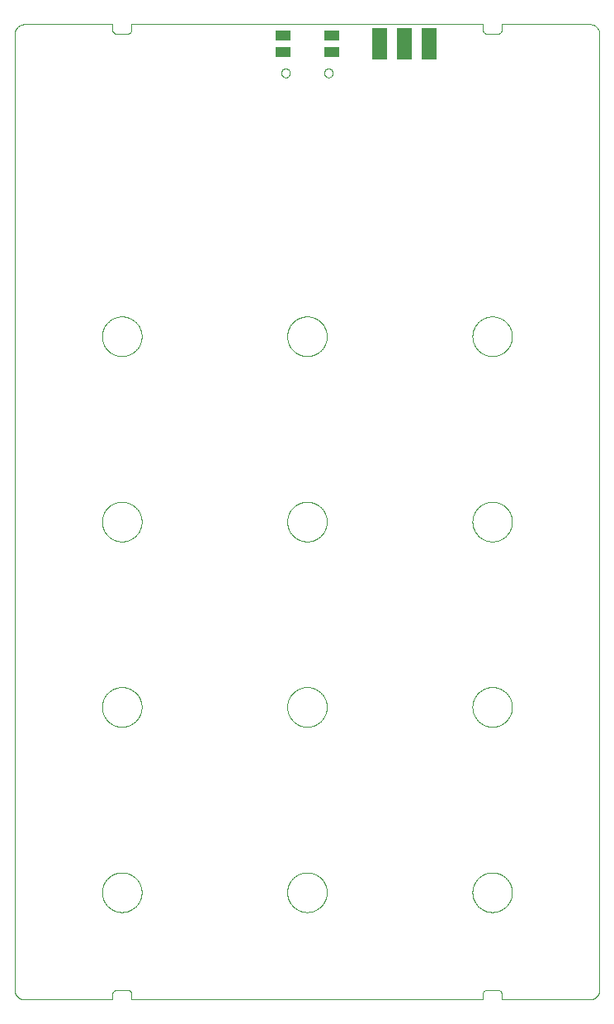
<source format=gtp>
G04 EAGLE Gerber RS-274X export*
G75*
%MOMM*%
%FSLAX34Y34*%
%LPD*%
%INTop solder paste for stencil*%
%IPPOS*%
%AMOC8*
5,1,8,0,0,1.08239X$1,22.5*%
G01*
%ADD10C,0.000000*%
%ADD11R,1.524000X3.302000*%
%ADD12R,1.500000X1.000000*%


D10*
X590000Y1000000D02*
X500000Y1000000D01*
X500000Y995000D01*
X499998Y994860D01*
X499992Y994720D01*
X499982Y994580D01*
X499969Y994440D01*
X499951Y994301D01*
X499929Y994162D01*
X499904Y994025D01*
X499875Y993887D01*
X499842Y993751D01*
X499805Y993616D01*
X499764Y993482D01*
X499719Y993349D01*
X499671Y993217D01*
X499619Y993087D01*
X499564Y992958D01*
X499505Y992831D01*
X499442Y992705D01*
X499376Y992581D01*
X499307Y992460D01*
X499234Y992340D01*
X499157Y992222D01*
X499078Y992107D01*
X498995Y991993D01*
X498909Y991883D01*
X498820Y991774D01*
X498728Y991668D01*
X498633Y991565D01*
X498536Y991464D01*
X498435Y991367D01*
X498332Y991272D01*
X498226Y991180D01*
X498117Y991091D01*
X498007Y991005D01*
X497893Y990922D01*
X497778Y990843D01*
X497660Y990766D01*
X497540Y990693D01*
X497419Y990624D01*
X497295Y990558D01*
X497169Y990495D01*
X497042Y990436D01*
X496913Y990381D01*
X496783Y990329D01*
X496651Y990281D01*
X496518Y990236D01*
X496384Y990195D01*
X496249Y990158D01*
X496113Y990125D01*
X495975Y990096D01*
X495838Y990071D01*
X495699Y990049D01*
X495560Y990031D01*
X495420Y990018D01*
X495280Y990008D01*
X495140Y990002D01*
X495000Y990000D01*
X485000Y990000D01*
X484860Y990002D01*
X484720Y990008D01*
X484580Y990018D01*
X484440Y990031D01*
X484301Y990049D01*
X484162Y990071D01*
X484025Y990096D01*
X483887Y990125D01*
X483751Y990158D01*
X483616Y990195D01*
X483482Y990236D01*
X483349Y990281D01*
X483217Y990329D01*
X483087Y990381D01*
X482958Y990436D01*
X482831Y990495D01*
X482705Y990558D01*
X482581Y990624D01*
X482460Y990693D01*
X482340Y990766D01*
X482222Y990843D01*
X482107Y990922D01*
X481993Y991005D01*
X481883Y991091D01*
X481774Y991180D01*
X481668Y991272D01*
X481565Y991367D01*
X481464Y991464D01*
X481367Y991565D01*
X481272Y991668D01*
X481180Y991774D01*
X481091Y991883D01*
X481005Y991993D01*
X480922Y992107D01*
X480843Y992222D01*
X480766Y992340D01*
X480693Y992460D01*
X480624Y992581D01*
X480558Y992705D01*
X480495Y992831D01*
X480436Y992958D01*
X480381Y993087D01*
X480329Y993217D01*
X480281Y993349D01*
X480236Y993482D01*
X480195Y993616D01*
X480158Y993751D01*
X480125Y993887D01*
X480096Y994025D01*
X480071Y994162D01*
X480049Y994301D01*
X480031Y994440D01*
X480018Y994580D01*
X480008Y994720D01*
X480002Y994860D01*
X480000Y995000D01*
X480000Y1000000D01*
X120000Y1000000D01*
X120000Y995000D01*
X119998Y994860D01*
X119992Y994720D01*
X119982Y994580D01*
X119969Y994440D01*
X119951Y994301D01*
X119929Y994162D01*
X119904Y994025D01*
X119875Y993887D01*
X119842Y993751D01*
X119805Y993616D01*
X119764Y993482D01*
X119719Y993349D01*
X119671Y993217D01*
X119619Y993087D01*
X119564Y992958D01*
X119505Y992831D01*
X119442Y992705D01*
X119376Y992581D01*
X119307Y992460D01*
X119234Y992340D01*
X119157Y992222D01*
X119078Y992107D01*
X118995Y991993D01*
X118909Y991883D01*
X118820Y991774D01*
X118728Y991668D01*
X118633Y991565D01*
X118536Y991464D01*
X118435Y991367D01*
X118332Y991272D01*
X118226Y991180D01*
X118117Y991091D01*
X118007Y991005D01*
X117893Y990922D01*
X117778Y990843D01*
X117660Y990766D01*
X117540Y990693D01*
X117419Y990624D01*
X117295Y990558D01*
X117169Y990495D01*
X117042Y990436D01*
X116913Y990381D01*
X116783Y990329D01*
X116651Y990281D01*
X116518Y990236D01*
X116384Y990195D01*
X116249Y990158D01*
X116113Y990125D01*
X115975Y990096D01*
X115838Y990071D01*
X115699Y990049D01*
X115560Y990031D01*
X115420Y990018D01*
X115280Y990008D01*
X115140Y990002D01*
X115000Y990000D01*
X105000Y990000D01*
X104860Y990002D01*
X104720Y990008D01*
X104580Y990018D01*
X104440Y990031D01*
X104301Y990049D01*
X104162Y990071D01*
X104025Y990096D01*
X103887Y990125D01*
X103751Y990158D01*
X103616Y990195D01*
X103482Y990236D01*
X103349Y990281D01*
X103217Y990329D01*
X103087Y990381D01*
X102958Y990436D01*
X102831Y990495D01*
X102705Y990558D01*
X102581Y990624D01*
X102460Y990693D01*
X102340Y990766D01*
X102222Y990843D01*
X102107Y990922D01*
X101993Y991005D01*
X101883Y991091D01*
X101774Y991180D01*
X101668Y991272D01*
X101565Y991367D01*
X101464Y991464D01*
X101367Y991565D01*
X101272Y991668D01*
X101180Y991774D01*
X101091Y991883D01*
X101005Y991993D01*
X100922Y992107D01*
X100843Y992222D01*
X100766Y992340D01*
X100693Y992460D01*
X100624Y992581D01*
X100558Y992705D01*
X100495Y992831D01*
X100436Y992958D01*
X100381Y993087D01*
X100329Y993217D01*
X100281Y993349D01*
X100236Y993482D01*
X100195Y993616D01*
X100158Y993751D01*
X100125Y993887D01*
X100096Y994025D01*
X100071Y994162D01*
X100049Y994301D01*
X100031Y994440D01*
X100018Y994580D01*
X100008Y994720D01*
X100002Y994860D01*
X100000Y995000D01*
X100000Y1000000D01*
X10000Y1000000D01*
X9758Y999997D01*
X9517Y999988D01*
X9276Y999974D01*
X9035Y999953D01*
X8795Y999927D01*
X8555Y999895D01*
X8316Y999857D01*
X8079Y999814D01*
X7842Y999764D01*
X7607Y999709D01*
X7373Y999649D01*
X7141Y999582D01*
X6910Y999511D01*
X6681Y999433D01*
X6454Y999350D01*
X6229Y999262D01*
X6006Y999168D01*
X5786Y999069D01*
X5568Y998964D01*
X5353Y998855D01*
X5140Y998740D01*
X4930Y998620D01*
X4724Y998495D01*
X4520Y998365D01*
X4319Y998230D01*
X4122Y998090D01*
X3928Y997946D01*
X3738Y997797D01*
X3552Y997643D01*
X3369Y997485D01*
X3190Y997323D01*
X3015Y997156D01*
X2844Y996985D01*
X2677Y996810D01*
X2515Y996631D01*
X2357Y996448D01*
X2203Y996262D01*
X2054Y996072D01*
X1910Y995878D01*
X1770Y995681D01*
X1635Y995480D01*
X1505Y995276D01*
X1380Y995070D01*
X1260Y994860D01*
X1145Y994647D01*
X1036Y994432D01*
X931Y994214D01*
X832Y993994D01*
X738Y993771D01*
X650Y993546D01*
X567Y993319D01*
X489Y993090D01*
X418Y992859D01*
X351Y992627D01*
X291Y992393D01*
X236Y992158D01*
X186Y991921D01*
X143Y991684D01*
X105Y991445D01*
X73Y991205D01*
X47Y990965D01*
X26Y990724D01*
X12Y990483D01*
X3Y990242D01*
X0Y990000D01*
X0Y10000D01*
X3Y9758D01*
X12Y9517D01*
X26Y9276D01*
X47Y9035D01*
X73Y8795D01*
X105Y8555D01*
X143Y8316D01*
X186Y8079D01*
X236Y7842D01*
X291Y7607D01*
X351Y7373D01*
X418Y7141D01*
X489Y6910D01*
X567Y6681D01*
X650Y6454D01*
X738Y6229D01*
X832Y6006D01*
X931Y5786D01*
X1036Y5568D01*
X1145Y5353D01*
X1260Y5140D01*
X1380Y4930D01*
X1505Y4724D01*
X1635Y4520D01*
X1770Y4319D01*
X1910Y4122D01*
X2054Y3928D01*
X2203Y3738D01*
X2357Y3552D01*
X2515Y3369D01*
X2677Y3190D01*
X2844Y3015D01*
X3015Y2844D01*
X3190Y2677D01*
X3369Y2515D01*
X3552Y2357D01*
X3738Y2203D01*
X3928Y2054D01*
X4122Y1910D01*
X4319Y1770D01*
X4520Y1635D01*
X4724Y1505D01*
X4930Y1380D01*
X5140Y1260D01*
X5353Y1145D01*
X5568Y1036D01*
X5786Y931D01*
X6006Y832D01*
X6229Y738D01*
X6454Y650D01*
X6681Y567D01*
X6910Y489D01*
X7141Y418D01*
X7373Y351D01*
X7607Y291D01*
X7842Y236D01*
X8079Y186D01*
X8316Y143D01*
X8555Y105D01*
X8795Y73D01*
X9035Y47D01*
X9276Y26D01*
X9517Y12D01*
X9758Y3D01*
X10000Y0D01*
X100000Y0D01*
X100000Y5000D01*
X100002Y5140D01*
X100008Y5280D01*
X100018Y5420D01*
X100031Y5560D01*
X100049Y5699D01*
X100071Y5838D01*
X100096Y5975D01*
X100125Y6113D01*
X100158Y6249D01*
X100195Y6384D01*
X100236Y6518D01*
X100281Y6651D01*
X100329Y6783D01*
X100381Y6913D01*
X100436Y7042D01*
X100495Y7169D01*
X100558Y7295D01*
X100624Y7419D01*
X100693Y7540D01*
X100766Y7660D01*
X100843Y7778D01*
X100922Y7893D01*
X101005Y8007D01*
X101091Y8117D01*
X101180Y8226D01*
X101272Y8332D01*
X101367Y8435D01*
X101464Y8536D01*
X101565Y8633D01*
X101668Y8728D01*
X101774Y8820D01*
X101883Y8909D01*
X101993Y8995D01*
X102107Y9078D01*
X102222Y9157D01*
X102340Y9234D01*
X102460Y9307D01*
X102581Y9376D01*
X102705Y9442D01*
X102831Y9505D01*
X102958Y9564D01*
X103087Y9619D01*
X103217Y9671D01*
X103349Y9719D01*
X103482Y9764D01*
X103616Y9805D01*
X103751Y9842D01*
X103887Y9875D01*
X104025Y9904D01*
X104162Y9929D01*
X104301Y9951D01*
X104440Y9969D01*
X104580Y9982D01*
X104720Y9992D01*
X104860Y9998D01*
X105000Y10000D01*
X115000Y10000D01*
X115140Y9998D01*
X115280Y9992D01*
X115420Y9982D01*
X115560Y9969D01*
X115699Y9951D01*
X115838Y9929D01*
X115975Y9904D01*
X116113Y9875D01*
X116249Y9842D01*
X116384Y9805D01*
X116518Y9764D01*
X116651Y9719D01*
X116783Y9671D01*
X116913Y9619D01*
X117042Y9564D01*
X117169Y9505D01*
X117295Y9442D01*
X117419Y9376D01*
X117540Y9307D01*
X117660Y9234D01*
X117778Y9157D01*
X117893Y9078D01*
X118007Y8995D01*
X118117Y8909D01*
X118226Y8820D01*
X118332Y8728D01*
X118435Y8633D01*
X118536Y8536D01*
X118633Y8435D01*
X118728Y8332D01*
X118820Y8226D01*
X118909Y8117D01*
X118995Y8007D01*
X119078Y7893D01*
X119157Y7778D01*
X119234Y7660D01*
X119307Y7540D01*
X119376Y7419D01*
X119442Y7295D01*
X119505Y7169D01*
X119564Y7042D01*
X119619Y6913D01*
X119671Y6783D01*
X119719Y6651D01*
X119764Y6518D01*
X119805Y6384D01*
X119842Y6249D01*
X119875Y6113D01*
X119904Y5975D01*
X119929Y5838D01*
X119951Y5699D01*
X119969Y5560D01*
X119982Y5420D01*
X119992Y5280D01*
X119998Y5140D01*
X120000Y5000D01*
X120000Y0D01*
X480000Y0D01*
X480000Y5000D01*
X480002Y5140D01*
X480008Y5280D01*
X480018Y5420D01*
X480031Y5560D01*
X480049Y5699D01*
X480071Y5838D01*
X480096Y5975D01*
X480125Y6113D01*
X480158Y6249D01*
X480195Y6384D01*
X480236Y6518D01*
X480281Y6651D01*
X480329Y6783D01*
X480381Y6913D01*
X480436Y7042D01*
X480495Y7169D01*
X480558Y7295D01*
X480624Y7419D01*
X480693Y7540D01*
X480766Y7660D01*
X480843Y7778D01*
X480922Y7893D01*
X481005Y8007D01*
X481091Y8117D01*
X481180Y8226D01*
X481272Y8332D01*
X481367Y8435D01*
X481464Y8536D01*
X481565Y8633D01*
X481668Y8728D01*
X481774Y8820D01*
X481883Y8909D01*
X481993Y8995D01*
X482107Y9078D01*
X482222Y9157D01*
X482340Y9234D01*
X482460Y9307D01*
X482581Y9376D01*
X482705Y9442D01*
X482831Y9505D01*
X482958Y9564D01*
X483087Y9619D01*
X483217Y9671D01*
X483349Y9719D01*
X483482Y9764D01*
X483616Y9805D01*
X483751Y9842D01*
X483887Y9875D01*
X484025Y9904D01*
X484162Y9929D01*
X484301Y9951D01*
X484440Y9969D01*
X484580Y9982D01*
X484720Y9992D01*
X484860Y9998D01*
X485000Y10000D01*
X495000Y10000D01*
X495140Y9998D01*
X495280Y9992D01*
X495420Y9982D01*
X495560Y9969D01*
X495699Y9951D01*
X495838Y9929D01*
X495975Y9904D01*
X496113Y9875D01*
X496249Y9842D01*
X496384Y9805D01*
X496518Y9764D01*
X496651Y9719D01*
X496783Y9671D01*
X496913Y9619D01*
X497042Y9564D01*
X497169Y9505D01*
X497295Y9442D01*
X497419Y9376D01*
X497540Y9307D01*
X497660Y9234D01*
X497778Y9157D01*
X497893Y9078D01*
X498007Y8995D01*
X498117Y8909D01*
X498226Y8820D01*
X498332Y8728D01*
X498435Y8633D01*
X498536Y8536D01*
X498633Y8435D01*
X498728Y8332D01*
X498820Y8226D01*
X498909Y8117D01*
X498995Y8007D01*
X499078Y7893D01*
X499157Y7778D01*
X499234Y7660D01*
X499307Y7540D01*
X499376Y7419D01*
X499442Y7295D01*
X499505Y7169D01*
X499564Y7042D01*
X499619Y6913D01*
X499671Y6783D01*
X499719Y6651D01*
X499764Y6518D01*
X499805Y6384D01*
X499842Y6249D01*
X499875Y6113D01*
X499904Y5975D01*
X499929Y5838D01*
X499951Y5699D01*
X499969Y5560D01*
X499982Y5420D01*
X499992Y5280D01*
X499998Y5140D01*
X500000Y5000D01*
X500000Y0D01*
X590000Y0D01*
X590242Y3D01*
X590483Y12D01*
X590724Y26D01*
X590965Y47D01*
X591205Y73D01*
X591445Y105D01*
X591684Y143D01*
X591921Y186D01*
X592158Y236D01*
X592393Y291D01*
X592627Y351D01*
X592859Y418D01*
X593090Y489D01*
X593319Y567D01*
X593546Y650D01*
X593771Y738D01*
X593994Y832D01*
X594214Y931D01*
X594432Y1036D01*
X594647Y1145D01*
X594860Y1260D01*
X595070Y1380D01*
X595276Y1505D01*
X595480Y1635D01*
X595681Y1770D01*
X595878Y1910D01*
X596072Y2054D01*
X596262Y2203D01*
X596448Y2357D01*
X596631Y2515D01*
X596810Y2677D01*
X596985Y2844D01*
X597156Y3015D01*
X597323Y3190D01*
X597485Y3369D01*
X597643Y3552D01*
X597797Y3738D01*
X597946Y3928D01*
X598090Y4122D01*
X598230Y4319D01*
X598365Y4520D01*
X598495Y4724D01*
X598620Y4930D01*
X598740Y5140D01*
X598855Y5353D01*
X598964Y5568D01*
X599069Y5786D01*
X599168Y6006D01*
X599262Y6229D01*
X599350Y6454D01*
X599433Y6681D01*
X599511Y6910D01*
X599582Y7141D01*
X599649Y7373D01*
X599709Y7607D01*
X599764Y7842D01*
X599814Y8079D01*
X599857Y8316D01*
X599895Y8555D01*
X599927Y8795D01*
X599953Y9035D01*
X599974Y9276D01*
X599988Y9517D01*
X599997Y9758D01*
X600000Y10000D01*
X600000Y990000D01*
X599997Y990242D01*
X599988Y990483D01*
X599974Y990724D01*
X599953Y990965D01*
X599927Y991205D01*
X599895Y991445D01*
X599857Y991684D01*
X599814Y991921D01*
X599764Y992158D01*
X599709Y992393D01*
X599649Y992627D01*
X599582Y992859D01*
X599511Y993090D01*
X599433Y993319D01*
X599350Y993546D01*
X599262Y993771D01*
X599168Y993994D01*
X599069Y994214D01*
X598964Y994432D01*
X598855Y994647D01*
X598740Y994860D01*
X598620Y995070D01*
X598495Y995276D01*
X598365Y995480D01*
X598230Y995681D01*
X598090Y995878D01*
X597946Y996072D01*
X597797Y996262D01*
X597643Y996448D01*
X597485Y996631D01*
X597323Y996810D01*
X597156Y996985D01*
X596985Y997156D01*
X596810Y997323D01*
X596631Y997485D01*
X596448Y997643D01*
X596262Y997797D01*
X596072Y997946D01*
X595878Y998090D01*
X595681Y998230D01*
X595480Y998365D01*
X595276Y998495D01*
X595070Y998620D01*
X594860Y998740D01*
X594647Y998855D01*
X594432Y998964D01*
X594214Y999069D01*
X593994Y999168D01*
X593771Y999262D01*
X593546Y999350D01*
X593319Y999433D01*
X593090Y999511D01*
X592859Y999582D01*
X592627Y999649D01*
X592393Y999709D01*
X592158Y999764D01*
X591921Y999814D01*
X591684Y999857D01*
X591445Y999895D01*
X591205Y999927D01*
X590965Y999953D01*
X590724Y999974D01*
X590483Y999988D01*
X590242Y999997D01*
X590000Y1000000D01*
X89680Y680000D02*
X89686Y680499D01*
X89704Y680997D01*
X89735Y681495D01*
X89778Y681992D01*
X89833Y682487D01*
X89900Y682982D01*
X89979Y683474D01*
X90070Y683964D01*
X90174Y684452D01*
X90289Y684937D01*
X90416Y685420D01*
X90555Y685899D01*
X90706Y686374D01*
X90868Y686846D01*
X91042Y687313D01*
X91227Y687776D01*
X91423Y688235D01*
X91631Y688688D01*
X91850Y689136D01*
X92079Y689579D01*
X92320Y690016D01*
X92571Y690447D01*
X92833Y690871D01*
X93105Y691289D01*
X93387Y691700D01*
X93679Y692105D01*
X93981Y692502D01*
X94292Y692891D01*
X94614Y693272D01*
X94944Y693646D01*
X95283Y694011D01*
X95632Y694368D01*
X95989Y694717D01*
X96354Y695056D01*
X96728Y695386D01*
X97109Y695708D01*
X97498Y696019D01*
X97895Y696321D01*
X98300Y696613D01*
X98711Y696895D01*
X99129Y697167D01*
X99553Y697429D01*
X99984Y697680D01*
X100421Y697921D01*
X100864Y698150D01*
X101312Y698369D01*
X101765Y698577D01*
X102224Y698773D01*
X102687Y698958D01*
X103154Y699132D01*
X103626Y699294D01*
X104101Y699445D01*
X104580Y699584D01*
X105063Y699711D01*
X105548Y699826D01*
X106036Y699930D01*
X106526Y700021D01*
X107018Y700100D01*
X107513Y700167D01*
X108008Y700222D01*
X108505Y700265D01*
X109003Y700296D01*
X109501Y700314D01*
X110000Y700320D01*
X110499Y700314D01*
X110997Y700296D01*
X111495Y700265D01*
X111992Y700222D01*
X112487Y700167D01*
X112982Y700100D01*
X113474Y700021D01*
X113964Y699930D01*
X114452Y699826D01*
X114937Y699711D01*
X115420Y699584D01*
X115899Y699445D01*
X116374Y699294D01*
X116846Y699132D01*
X117313Y698958D01*
X117776Y698773D01*
X118235Y698577D01*
X118688Y698369D01*
X119136Y698150D01*
X119579Y697921D01*
X120016Y697680D01*
X120447Y697429D01*
X120871Y697167D01*
X121289Y696895D01*
X121700Y696613D01*
X122105Y696321D01*
X122502Y696019D01*
X122891Y695708D01*
X123272Y695386D01*
X123646Y695056D01*
X124011Y694717D01*
X124368Y694368D01*
X124717Y694011D01*
X125056Y693646D01*
X125386Y693272D01*
X125708Y692891D01*
X126019Y692502D01*
X126321Y692105D01*
X126613Y691700D01*
X126895Y691289D01*
X127167Y690871D01*
X127429Y690447D01*
X127680Y690016D01*
X127921Y689579D01*
X128150Y689136D01*
X128369Y688688D01*
X128577Y688235D01*
X128773Y687776D01*
X128958Y687313D01*
X129132Y686846D01*
X129294Y686374D01*
X129445Y685899D01*
X129584Y685420D01*
X129711Y684937D01*
X129826Y684452D01*
X129930Y683964D01*
X130021Y683474D01*
X130100Y682982D01*
X130167Y682487D01*
X130222Y681992D01*
X130265Y681495D01*
X130296Y680997D01*
X130314Y680499D01*
X130320Y680000D01*
X130314Y679501D01*
X130296Y679003D01*
X130265Y678505D01*
X130222Y678008D01*
X130167Y677513D01*
X130100Y677018D01*
X130021Y676526D01*
X129930Y676036D01*
X129826Y675548D01*
X129711Y675063D01*
X129584Y674580D01*
X129445Y674101D01*
X129294Y673626D01*
X129132Y673154D01*
X128958Y672687D01*
X128773Y672224D01*
X128577Y671765D01*
X128369Y671312D01*
X128150Y670864D01*
X127921Y670421D01*
X127680Y669984D01*
X127429Y669553D01*
X127167Y669129D01*
X126895Y668711D01*
X126613Y668300D01*
X126321Y667895D01*
X126019Y667498D01*
X125708Y667109D01*
X125386Y666728D01*
X125056Y666354D01*
X124717Y665989D01*
X124368Y665632D01*
X124011Y665283D01*
X123646Y664944D01*
X123272Y664614D01*
X122891Y664292D01*
X122502Y663981D01*
X122105Y663679D01*
X121700Y663387D01*
X121289Y663105D01*
X120871Y662833D01*
X120447Y662571D01*
X120016Y662320D01*
X119579Y662079D01*
X119136Y661850D01*
X118688Y661631D01*
X118235Y661423D01*
X117776Y661227D01*
X117313Y661042D01*
X116846Y660868D01*
X116374Y660706D01*
X115899Y660555D01*
X115420Y660416D01*
X114937Y660289D01*
X114452Y660174D01*
X113964Y660070D01*
X113474Y659979D01*
X112982Y659900D01*
X112487Y659833D01*
X111992Y659778D01*
X111495Y659735D01*
X110997Y659704D01*
X110499Y659686D01*
X110000Y659680D01*
X109501Y659686D01*
X109003Y659704D01*
X108505Y659735D01*
X108008Y659778D01*
X107513Y659833D01*
X107018Y659900D01*
X106526Y659979D01*
X106036Y660070D01*
X105548Y660174D01*
X105063Y660289D01*
X104580Y660416D01*
X104101Y660555D01*
X103626Y660706D01*
X103154Y660868D01*
X102687Y661042D01*
X102224Y661227D01*
X101765Y661423D01*
X101312Y661631D01*
X100864Y661850D01*
X100421Y662079D01*
X99984Y662320D01*
X99553Y662571D01*
X99129Y662833D01*
X98711Y663105D01*
X98300Y663387D01*
X97895Y663679D01*
X97498Y663981D01*
X97109Y664292D01*
X96728Y664614D01*
X96354Y664944D01*
X95989Y665283D01*
X95632Y665632D01*
X95283Y665989D01*
X94944Y666354D01*
X94614Y666728D01*
X94292Y667109D01*
X93981Y667498D01*
X93679Y667895D01*
X93387Y668300D01*
X93105Y668711D01*
X92833Y669129D01*
X92571Y669553D01*
X92320Y669984D01*
X92079Y670421D01*
X91850Y670864D01*
X91631Y671312D01*
X91423Y671765D01*
X91227Y672224D01*
X91042Y672687D01*
X90868Y673154D01*
X90706Y673626D01*
X90555Y674101D01*
X90416Y674580D01*
X90289Y675063D01*
X90174Y675548D01*
X90070Y676036D01*
X89979Y676526D01*
X89900Y677018D01*
X89833Y677513D01*
X89778Y678008D01*
X89735Y678505D01*
X89704Y679003D01*
X89686Y679501D01*
X89680Y680000D01*
X279680Y680000D02*
X279686Y680499D01*
X279704Y680997D01*
X279735Y681495D01*
X279778Y681992D01*
X279833Y682487D01*
X279900Y682982D01*
X279979Y683474D01*
X280070Y683964D01*
X280174Y684452D01*
X280289Y684937D01*
X280416Y685420D01*
X280555Y685899D01*
X280706Y686374D01*
X280868Y686846D01*
X281042Y687313D01*
X281227Y687776D01*
X281423Y688235D01*
X281631Y688688D01*
X281850Y689136D01*
X282079Y689579D01*
X282320Y690016D01*
X282571Y690447D01*
X282833Y690871D01*
X283105Y691289D01*
X283387Y691700D01*
X283679Y692105D01*
X283981Y692502D01*
X284292Y692891D01*
X284614Y693272D01*
X284944Y693646D01*
X285283Y694011D01*
X285632Y694368D01*
X285989Y694717D01*
X286354Y695056D01*
X286728Y695386D01*
X287109Y695708D01*
X287498Y696019D01*
X287895Y696321D01*
X288300Y696613D01*
X288711Y696895D01*
X289129Y697167D01*
X289553Y697429D01*
X289984Y697680D01*
X290421Y697921D01*
X290864Y698150D01*
X291312Y698369D01*
X291765Y698577D01*
X292224Y698773D01*
X292687Y698958D01*
X293154Y699132D01*
X293626Y699294D01*
X294101Y699445D01*
X294580Y699584D01*
X295063Y699711D01*
X295548Y699826D01*
X296036Y699930D01*
X296526Y700021D01*
X297018Y700100D01*
X297513Y700167D01*
X298008Y700222D01*
X298505Y700265D01*
X299003Y700296D01*
X299501Y700314D01*
X300000Y700320D01*
X300499Y700314D01*
X300997Y700296D01*
X301495Y700265D01*
X301992Y700222D01*
X302487Y700167D01*
X302982Y700100D01*
X303474Y700021D01*
X303964Y699930D01*
X304452Y699826D01*
X304937Y699711D01*
X305420Y699584D01*
X305899Y699445D01*
X306374Y699294D01*
X306846Y699132D01*
X307313Y698958D01*
X307776Y698773D01*
X308235Y698577D01*
X308688Y698369D01*
X309136Y698150D01*
X309579Y697921D01*
X310016Y697680D01*
X310447Y697429D01*
X310871Y697167D01*
X311289Y696895D01*
X311700Y696613D01*
X312105Y696321D01*
X312502Y696019D01*
X312891Y695708D01*
X313272Y695386D01*
X313646Y695056D01*
X314011Y694717D01*
X314368Y694368D01*
X314717Y694011D01*
X315056Y693646D01*
X315386Y693272D01*
X315708Y692891D01*
X316019Y692502D01*
X316321Y692105D01*
X316613Y691700D01*
X316895Y691289D01*
X317167Y690871D01*
X317429Y690447D01*
X317680Y690016D01*
X317921Y689579D01*
X318150Y689136D01*
X318369Y688688D01*
X318577Y688235D01*
X318773Y687776D01*
X318958Y687313D01*
X319132Y686846D01*
X319294Y686374D01*
X319445Y685899D01*
X319584Y685420D01*
X319711Y684937D01*
X319826Y684452D01*
X319930Y683964D01*
X320021Y683474D01*
X320100Y682982D01*
X320167Y682487D01*
X320222Y681992D01*
X320265Y681495D01*
X320296Y680997D01*
X320314Y680499D01*
X320320Y680000D01*
X320314Y679501D01*
X320296Y679003D01*
X320265Y678505D01*
X320222Y678008D01*
X320167Y677513D01*
X320100Y677018D01*
X320021Y676526D01*
X319930Y676036D01*
X319826Y675548D01*
X319711Y675063D01*
X319584Y674580D01*
X319445Y674101D01*
X319294Y673626D01*
X319132Y673154D01*
X318958Y672687D01*
X318773Y672224D01*
X318577Y671765D01*
X318369Y671312D01*
X318150Y670864D01*
X317921Y670421D01*
X317680Y669984D01*
X317429Y669553D01*
X317167Y669129D01*
X316895Y668711D01*
X316613Y668300D01*
X316321Y667895D01*
X316019Y667498D01*
X315708Y667109D01*
X315386Y666728D01*
X315056Y666354D01*
X314717Y665989D01*
X314368Y665632D01*
X314011Y665283D01*
X313646Y664944D01*
X313272Y664614D01*
X312891Y664292D01*
X312502Y663981D01*
X312105Y663679D01*
X311700Y663387D01*
X311289Y663105D01*
X310871Y662833D01*
X310447Y662571D01*
X310016Y662320D01*
X309579Y662079D01*
X309136Y661850D01*
X308688Y661631D01*
X308235Y661423D01*
X307776Y661227D01*
X307313Y661042D01*
X306846Y660868D01*
X306374Y660706D01*
X305899Y660555D01*
X305420Y660416D01*
X304937Y660289D01*
X304452Y660174D01*
X303964Y660070D01*
X303474Y659979D01*
X302982Y659900D01*
X302487Y659833D01*
X301992Y659778D01*
X301495Y659735D01*
X300997Y659704D01*
X300499Y659686D01*
X300000Y659680D01*
X299501Y659686D01*
X299003Y659704D01*
X298505Y659735D01*
X298008Y659778D01*
X297513Y659833D01*
X297018Y659900D01*
X296526Y659979D01*
X296036Y660070D01*
X295548Y660174D01*
X295063Y660289D01*
X294580Y660416D01*
X294101Y660555D01*
X293626Y660706D01*
X293154Y660868D01*
X292687Y661042D01*
X292224Y661227D01*
X291765Y661423D01*
X291312Y661631D01*
X290864Y661850D01*
X290421Y662079D01*
X289984Y662320D01*
X289553Y662571D01*
X289129Y662833D01*
X288711Y663105D01*
X288300Y663387D01*
X287895Y663679D01*
X287498Y663981D01*
X287109Y664292D01*
X286728Y664614D01*
X286354Y664944D01*
X285989Y665283D01*
X285632Y665632D01*
X285283Y665989D01*
X284944Y666354D01*
X284614Y666728D01*
X284292Y667109D01*
X283981Y667498D01*
X283679Y667895D01*
X283387Y668300D01*
X283105Y668711D01*
X282833Y669129D01*
X282571Y669553D01*
X282320Y669984D01*
X282079Y670421D01*
X281850Y670864D01*
X281631Y671312D01*
X281423Y671765D01*
X281227Y672224D01*
X281042Y672687D01*
X280868Y673154D01*
X280706Y673626D01*
X280555Y674101D01*
X280416Y674580D01*
X280289Y675063D01*
X280174Y675548D01*
X280070Y676036D01*
X279979Y676526D01*
X279900Y677018D01*
X279833Y677513D01*
X279778Y678008D01*
X279735Y678505D01*
X279704Y679003D01*
X279686Y679501D01*
X279680Y680000D01*
X469680Y680000D02*
X469686Y680499D01*
X469704Y680997D01*
X469735Y681495D01*
X469778Y681992D01*
X469833Y682487D01*
X469900Y682982D01*
X469979Y683474D01*
X470070Y683964D01*
X470174Y684452D01*
X470289Y684937D01*
X470416Y685420D01*
X470555Y685899D01*
X470706Y686374D01*
X470868Y686846D01*
X471042Y687313D01*
X471227Y687776D01*
X471423Y688235D01*
X471631Y688688D01*
X471850Y689136D01*
X472079Y689579D01*
X472320Y690016D01*
X472571Y690447D01*
X472833Y690871D01*
X473105Y691289D01*
X473387Y691700D01*
X473679Y692105D01*
X473981Y692502D01*
X474292Y692891D01*
X474614Y693272D01*
X474944Y693646D01*
X475283Y694011D01*
X475632Y694368D01*
X475989Y694717D01*
X476354Y695056D01*
X476728Y695386D01*
X477109Y695708D01*
X477498Y696019D01*
X477895Y696321D01*
X478300Y696613D01*
X478711Y696895D01*
X479129Y697167D01*
X479553Y697429D01*
X479984Y697680D01*
X480421Y697921D01*
X480864Y698150D01*
X481312Y698369D01*
X481765Y698577D01*
X482224Y698773D01*
X482687Y698958D01*
X483154Y699132D01*
X483626Y699294D01*
X484101Y699445D01*
X484580Y699584D01*
X485063Y699711D01*
X485548Y699826D01*
X486036Y699930D01*
X486526Y700021D01*
X487018Y700100D01*
X487513Y700167D01*
X488008Y700222D01*
X488505Y700265D01*
X489003Y700296D01*
X489501Y700314D01*
X490000Y700320D01*
X490499Y700314D01*
X490997Y700296D01*
X491495Y700265D01*
X491992Y700222D01*
X492487Y700167D01*
X492982Y700100D01*
X493474Y700021D01*
X493964Y699930D01*
X494452Y699826D01*
X494937Y699711D01*
X495420Y699584D01*
X495899Y699445D01*
X496374Y699294D01*
X496846Y699132D01*
X497313Y698958D01*
X497776Y698773D01*
X498235Y698577D01*
X498688Y698369D01*
X499136Y698150D01*
X499579Y697921D01*
X500016Y697680D01*
X500447Y697429D01*
X500871Y697167D01*
X501289Y696895D01*
X501700Y696613D01*
X502105Y696321D01*
X502502Y696019D01*
X502891Y695708D01*
X503272Y695386D01*
X503646Y695056D01*
X504011Y694717D01*
X504368Y694368D01*
X504717Y694011D01*
X505056Y693646D01*
X505386Y693272D01*
X505708Y692891D01*
X506019Y692502D01*
X506321Y692105D01*
X506613Y691700D01*
X506895Y691289D01*
X507167Y690871D01*
X507429Y690447D01*
X507680Y690016D01*
X507921Y689579D01*
X508150Y689136D01*
X508369Y688688D01*
X508577Y688235D01*
X508773Y687776D01*
X508958Y687313D01*
X509132Y686846D01*
X509294Y686374D01*
X509445Y685899D01*
X509584Y685420D01*
X509711Y684937D01*
X509826Y684452D01*
X509930Y683964D01*
X510021Y683474D01*
X510100Y682982D01*
X510167Y682487D01*
X510222Y681992D01*
X510265Y681495D01*
X510296Y680997D01*
X510314Y680499D01*
X510320Y680000D01*
X510314Y679501D01*
X510296Y679003D01*
X510265Y678505D01*
X510222Y678008D01*
X510167Y677513D01*
X510100Y677018D01*
X510021Y676526D01*
X509930Y676036D01*
X509826Y675548D01*
X509711Y675063D01*
X509584Y674580D01*
X509445Y674101D01*
X509294Y673626D01*
X509132Y673154D01*
X508958Y672687D01*
X508773Y672224D01*
X508577Y671765D01*
X508369Y671312D01*
X508150Y670864D01*
X507921Y670421D01*
X507680Y669984D01*
X507429Y669553D01*
X507167Y669129D01*
X506895Y668711D01*
X506613Y668300D01*
X506321Y667895D01*
X506019Y667498D01*
X505708Y667109D01*
X505386Y666728D01*
X505056Y666354D01*
X504717Y665989D01*
X504368Y665632D01*
X504011Y665283D01*
X503646Y664944D01*
X503272Y664614D01*
X502891Y664292D01*
X502502Y663981D01*
X502105Y663679D01*
X501700Y663387D01*
X501289Y663105D01*
X500871Y662833D01*
X500447Y662571D01*
X500016Y662320D01*
X499579Y662079D01*
X499136Y661850D01*
X498688Y661631D01*
X498235Y661423D01*
X497776Y661227D01*
X497313Y661042D01*
X496846Y660868D01*
X496374Y660706D01*
X495899Y660555D01*
X495420Y660416D01*
X494937Y660289D01*
X494452Y660174D01*
X493964Y660070D01*
X493474Y659979D01*
X492982Y659900D01*
X492487Y659833D01*
X491992Y659778D01*
X491495Y659735D01*
X490997Y659704D01*
X490499Y659686D01*
X490000Y659680D01*
X489501Y659686D01*
X489003Y659704D01*
X488505Y659735D01*
X488008Y659778D01*
X487513Y659833D01*
X487018Y659900D01*
X486526Y659979D01*
X486036Y660070D01*
X485548Y660174D01*
X485063Y660289D01*
X484580Y660416D01*
X484101Y660555D01*
X483626Y660706D01*
X483154Y660868D01*
X482687Y661042D01*
X482224Y661227D01*
X481765Y661423D01*
X481312Y661631D01*
X480864Y661850D01*
X480421Y662079D01*
X479984Y662320D01*
X479553Y662571D01*
X479129Y662833D01*
X478711Y663105D01*
X478300Y663387D01*
X477895Y663679D01*
X477498Y663981D01*
X477109Y664292D01*
X476728Y664614D01*
X476354Y664944D01*
X475989Y665283D01*
X475632Y665632D01*
X475283Y665989D01*
X474944Y666354D01*
X474614Y666728D01*
X474292Y667109D01*
X473981Y667498D01*
X473679Y667895D01*
X473387Y668300D01*
X473105Y668711D01*
X472833Y669129D01*
X472571Y669553D01*
X472320Y669984D01*
X472079Y670421D01*
X471850Y670864D01*
X471631Y671312D01*
X471423Y671765D01*
X471227Y672224D01*
X471042Y672687D01*
X470868Y673154D01*
X470706Y673626D01*
X470555Y674101D01*
X470416Y674580D01*
X470289Y675063D01*
X470174Y675548D01*
X470070Y676036D01*
X469979Y676526D01*
X469900Y677018D01*
X469833Y677513D01*
X469778Y678008D01*
X469735Y678505D01*
X469704Y679003D01*
X469686Y679501D01*
X469680Y680000D01*
X89680Y490000D02*
X89686Y490499D01*
X89704Y490997D01*
X89735Y491495D01*
X89778Y491992D01*
X89833Y492487D01*
X89900Y492982D01*
X89979Y493474D01*
X90070Y493964D01*
X90174Y494452D01*
X90289Y494937D01*
X90416Y495420D01*
X90555Y495899D01*
X90706Y496374D01*
X90868Y496846D01*
X91042Y497313D01*
X91227Y497776D01*
X91423Y498235D01*
X91631Y498688D01*
X91850Y499136D01*
X92079Y499579D01*
X92320Y500016D01*
X92571Y500447D01*
X92833Y500871D01*
X93105Y501289D01*
X93387Y501700D01*
X93679Y502105D01*
X93981Y502502D01*
X94292Y502891D01*
X94614Y503272D01*
X94944Y503646D01*
X95283Y504011D01*
X95632Y504368D01*
X95989Y504717D01*
X96354Y505056D01*
X96728Y505386D01*
X97109Y505708D01*
X97498Y506019D01*
X97895Y506321D01*
X98300Y506613D01*
X98711Y506895D01*
X99129Y507167D01*
X99553Y507429D01*
X99984Y507680D01*
X100421Y507921D01*
X100864Y508150D01*
X101312Y508369D01*
X101765Y508577D01*
X102224Y508773D01*
X102687Y508958D01*
X103154Y509132D01*
X103626Y509294D01*
X104101Y509445D01*
X104580Y509584D01*
X105063Y509711D01*
X105548Y509826D01*
X106036Y509930D01*
X106526Y510021D01*
X107018Y510100D01*
X107513Y510167D01*
X108008Y510222D01*
X108505Y510265D01*
X109003Y510296D01*
X109501Y510314D01*
X110000Y510320D01*
X110499Y510314D01*
X110997Y510296D01*
X111495Y510265D01*
X111992Y510222D01*
X112487Y510167D01*
X112982Y510100D01*
X113474Y510021D01*
X113964Y509930D01*
X114452Y509826D01*
X114937Y509711D01*
X115420Y509584D01*
X115899Y509445D01*
X116374Y509294D01*
X116846Y509132D01*
X117313Y508958D01*
X117776Y508773D01*
X118235Y508577D01*
X118688Y508369D01*
X119136Y508150D01*
X119579Y507921D01*
X120016Y507680D01*
X120447Y507429D01*
X120871Y507167D01*
X121289Y506895D01*
X121700Y506613D01*
X122105Y506321D01*
X122502Y506019D01*
X122891Y505708D01*
X123272Y505386D01*
X123646Y505056D01*
X124011Y504717D01*
X124368Y504368D01*
X124717Y504011D01*
X125056Y503646D01*
X125386Y503272D01*
X125708Y502891D01*
X126019Y502502D01*
X126321Y502105D01*
X126613Y501700D01*
X126895Y501289D01*
X127167Y500871D01*
X127429Y500447D01*
X127680Y500016D01*
X127921Y499579D01*
X128150Y499136D01*
X128369Y498688D01*
X128577Y498235D01*
X128773Y497776D01*
X128958Y497313D01*
X129132Y496846D01*
X129294Y496374D01*
X129445Y495899D01*
X129584Y495420D01*
X129711Y494937D01*
X129826Y494452D01*
X129930Y493964D01*
X130021Y493474D01*
X130100Y492982D01*
X130167Y492487D01*
X130222Y491992D01*
X130265Y491495D01*
X130296Y490997D01*
X130314Y490499D01*
X130320Y490000D01*
X130314Y489501D01*
X130296Y489003D01*
X130265Y488505D01*
X130222Y488008D01*
X130167Y487513D01*
X130100Y487018D01*
X130021Y486526D01*
X129930Y486036D01*
X129826Y485548D01*
X129711Y485063D01*
X129584Y484580D01*
X129445Y484101D01*
X129294Y483626D01*
X129132Y483154D01*
X128958Y482687D01*
X128773Y482224D01*
X128577Y481765D01*
X128369Y481312D01*
X128150Y480864D01*
X127921Y480421D01*
X127680Y479984D01*
X127429Y479553D01*
X127167Y479129D01*
X126895Y478711D01*
X126613Y478300D01*
X126321Y477895D01*
X126019Y477498D01*
X125708Y477109D01*
X125386Y476728D01*
X125056Y476354D01*
X124717Y475989D01*
X124368Y475632D01*
X124011Y475283D01*
X123646Y474944D01*
X123272Y474614D01*
X122891Y474292D01*
X122502Y473981D01*
X122105Y473679D01*
X121700Y473387D01*
X121289Y473105D01*
X120871Y472833D01*
X120447Y472571D01*
X120016Y472320D01*
X119579Y472079D01*
X119136Y471850D01*
X118688Y471631D01*
X118235Y471423D01*
X117776Y471227D01*
X117313Y471042D01*
X116846Y470868D01*
X116374Y470706D01*
X115899Y470555D01*
X115420Y470416D01*
X114937Y470289D01*
X114452Y470174D01*
X113964Y470070D01*
X113474Y469979D01*
X112982Y469900D01*
X112487Y469833D01*
X111992Y469778D01*
X111495Y469735D01*
X110997Y469704D01*
X110499Y469686D01*
X110000Y469680D01*
X109501Y469686D01*
X109003Y469704D01*
X108505Y469735D01*
X108008Y469778D01*
X107513Y469833D01*
X107018Y469900D01*
X106526Y469979D01*
X106036Y470070D01*
X105548Y470174D01*
X105063Y470289D01*
X104580Y470416D01*
X104101Y470555D01*
X103626Y470706D01*
X103154Y470868D01*
X102687Y471042D01*
X102224Y471227D01*
X101765Y471423D01*
X101312Y471631D01*
X100864Y471850D01*
X100421Y472079D01*
X99984Y472320D01*
X99553Y472571D01*
X99129Y472833D01*
X98711Y473105D01*
X98300Y473387D01*
X97895Y473679D01*
X97498Y473981D01*
X97109Y474292D01*
X96728Y474614D01*
X96354Y474944D01*
X95989Y475283D01*
X95632Y475632D01*
X95283Y475989D01*
X94944Y476354D01*
X94614Y476728D01*
X94292Y477109D01*
X93981Y477498D01*
X93679Y477895D01*
X93387Y478300D01*
X93105Y478711D01*
X92833Y479129D01*
X92571Y479553D01*
X92320Y479984D01*
X92079Y480421D01*
X91850Y480864D01*
X91631Y481312D01*
X91423Y481765D01*
X91227Y482224D01*
X91042Y482687D01*
X90868Y483154D01*
X90706Y483626D01*
X90555Y484101D01*
X90416Y484580D01*
X90289Y485063D01*
X90174Y485548D01*
X90070Y486036D01*
X89979Y486526D01*
X89900Y487018D01*
X89833Y487513D01*
X89778Y488008D01*
X89735Y488505D01*
X89704Y489003D01*
X89686Y489501D01*
X89680Y490000D01*
X279680Y490000D02*
X279686Y490499D01*
X279704Y490997D01*
X279735Y491495D01*
X279778Y491992D01*
X279833Y492487D01*
X279900Y492982D01*
X279979Y493474D01*
X280070Y493964D01*
X280174Y494452D01*
X280289Y494937D01*
X280416Y495420D01*
X280555Y495899D01*
X280706Y496374D01*
X280868Y496846D01*
X281042Y497313D01*
X281227Y497776D01*
X281423Y498235D01*
X281631Y498688D01*
X281850Y499136D01*
X282079Y499579D01*
X282320Y500016D01*
X282571Y500447D01*
X282833Y500871D01*
X283105Y501289D01*
X283387Y501700D01*
X283679Y502105D01*
X283981Y502502D01*
X284292Y502891D01*
X284614Y503272D01*
X284944Y503646D01*
X285283Y504011D01*
X285632Y504368D01*
X285989Y504717D01*
X286354Y505056D01*
X286728Y505386D01*
X287109Y505708D01*
X287498Y506019D01*
X287895Y506321D01*
X288300Y506613D01*
X288711Y506895D01*
X289129Y507167D01*
X289553Y507429D01*
X289984Y507680D01*
X290421Y507921D01*
X290864Y508150D01*
X291312Y508369D01*
X291765Y508577D01*
X292224Y508773D01*
X292687Y508958D01*
X293154Y509132D01*
X293626Y509294D01*
X294101Y509445D01*
X294580Y509584D01*
X295063Y509711D01*
X295548Y509826D01*
X296036Y509930D01*
X296526Y510021D01*
X297018Y510100D01*
X297513Y510167D01*
X298008Y510222D01*
X298505Y510265D01*
X299003Y510296D01*
X299501Y510314D01*
X300000Y510320D01*
X300499Y510314D01*
X300997Y510296D01*
X301495Y510265D01*
X301992Y510222D01*
X302487Y510167D01*
X302982Y510100D01*
X303474Y510021D01*
X303964Y509930D01*
X304452Y509826D01*
X304937Y509711D01*
X305420Y509584D01*
X305899Y509445D01*
X306374Y509294D01*
X306846Y509132D01*
X307313Y508958D01*
X307776Y508773D01*
X308235Y508577D01*
X308688Y508369D01*
X309136Y508150D01*
X309579Y507921D01*
X310016Y507680D01*
X310447Y507429D01*
X310871Y507167D01*
X311289Y506895D01*
X311700Y506613D01*
X312105Y506321D01*
X312502Y506019D01*
X312891Y505708D01*
X313272Y505386D01*
X313646Y505056D01*
X314011Y504717D01*
X314368Y504368D01*
X314717Y504011D01*
X315056Y503646D01*
X315386Y503272D01*
X315708Y502891D01*
X316019Y502502D01*
X316321Y502105D01*
X316613Y501700D01*
X316895Y501289D01*
X317167Y500871D01*
X317429Y500447D01*
X317680Y500016D01*
X317921Y499579D01*
X318150Y499136D01*
X318369Y498688D01*
X318577Y498235D01*
X318773Y497776D01*
X318958Y497313D01*
X319132Y496846D01*
X319294Y496374D01*
X319445Y495899D01*
X319584Y495420D01*
X319711Y494937D01*
X319826Y494452D01*
X319930Y493964D01*
X320021Y493474D01*
X320100Y492982D01*
X320167Y492487D01*
X320222Y491992D01*
X320265Y491495D01*
X320296Y490997D01*
X320314Y490499D01*
X320320Y490000D01*
X320314Y489501D01*
X320296Y489003D01*
X320265Y488505D01*
X320222Y488008D01*
X320167Y487513D01*
X320100Y487018D01*
X320021Y486526D01*
X319930Y486036D01*
X319826Y485548D01*
X319711Y485063D01*
X319584Y484580D01*
X319445Y484101D01*
X319294Y483626D01*
X319132Y483154D01*
X318958Y482687D01*
X318773Y482224D01*
X318577Y481765D01*
X318369Y481312D01*
X318150Y480864D01*
X317921Y480421D01*
X317680Y479984D01*
X317429Y479553D01*
X317167Y479129D01*
X316895Y478711D01*
X316613Y478300D01*
X316321Y477895D01*
X316019Y477498D01*
X315708Y477109D01*
X315386Y476728D01*
X315056Y476354D01*
X314717Y475989D01*
X314368Y475632D01*
X314011Y475283D01*
X313646Y474944D01*
X313272Y474614D01*
X312891Y474292D01*
X312502Y473981D01*
X312105Y473679D01*
X311700Y473387D01*
X311289Y473105D01*
X310871Y472833D01*
X310447Y472571D01*
X310016Y472320D01*
X309579Y472079D01*
X309136Y471850D01*
X308688Y471631D01*
X308235Y471423D01*
X307776Y471227D01*
X307313Y471042D01*
X306846Y470868D01*
X306374Y470706D01*
X305899Y470555D01*
X305420Y470416D01*
X304937Y470289D01*
X304452Y470174D01*
X303964Y470070D01*
X303474Y469979D01*
X302982Y469900D01*
X302487Y469833D01*
X301992Y469778D01*
X301495Y469735D01*
X300997Y469704D01*
X300499Y469686D01*
X300000Y469680D01*
X299501Y469686D01*
X299003Y469704D01*
X298505Y469735D01*
X298008Y469778D01*
X297513Y469833D01*
X297018Y469900D01*
X296526Y469979D01*
X296036Y470070D01*
X295548Y470174D01*
X295063Y470289D01*
X294580Y470416D01*
X294101Y470555D01*
X293626Y470706D01*
X293154Y470868D01*
X292687Y471042D01*
X292224Y471227D01*
X291765Y471423D01*
X291312Y471631D01*
X290864Y471850D01*
X290421Y472079D01*
X289984Y472320D01*
X289553Y472571D01*
X289129Y472833D01*
X288711Y473105D01*
X288300Y473387D01*
X287895Y473679D01*
X287498Y473981D01*
X287109Y474292D01*
X286728Y474614D01*
X286354Y474944D01*
X285989Y475283D01*
X285632Y475632D01*
X285283Y475989D01*
X284944Y476354D01*
X284614Y476728D01*
X284292Y477109D01*
X283981Y477498D01*
X283679Y477895D01*
X283387Y478300D01*
X283105Y478711D01*
X282833Y479129D01*
X282571Y479553D01*
X282320Y479984D01*
X282079Y480421D01*
X281850Y480864D01*
X281631Y481312D01*
X281423Y481765D01*
X281227Y482224D01*
X281042Y482687D01*
X280868Y483154D01*
X280706Y483626D01*
X280555Y484101D01*
X280416Y484580D01*
X280289Y485063D01*
X280174Y485548D01*
X280070Y486036D01*
X279979Y486526D01*
X279900Y487018D01*
X279833Y487513D01*
X279778Y488008D01*
X279735Y488505D01*
X279704Y489003D01*
X279686Y489501D01*
X279680Y490000D01*
X469680Y490000D02*
X469686Y490499D01*
X469704Y490997D01*
X469735Y491495D01*
X469778Y491992D01*
X469833Y492487D01*
X469900Y492982D01*
X469979Y493474D01*
X470070Y493964D01*
X470174Y494452D01*
X470289Y494937D01*
X470416Y495420D01*
X470555Y495899D01*
X470706Y496374D01*
X470868Y496846D01*
X471042Y497313D01*
X471227Y497776D01*
X471423Y498235D01*
X471631Y498688D01*
X471850Y499136D01*
X472079Y499579D01*
X472320Y500016D01*
X472571Y500447D01*
X472833Y500871D01*
X473105Y501289D01*
X473387Y501700D01*
X473679Y502105D01*
X473981Y502502D01*
X474292Y502891D01*
X474614Y503272D01*
X474944Y503646D01*
X475283Y504011D01*
X475632Y504368D01*
X475989Y504717D01*
X476354Y505056D01*
X476728Y505386D01*
X477109Y505708D01*
X477498Y506019D01*
X477895Y506321D01*
X478300Y506613D01*
X478711Y506895D01*
X479129Y507167D01*
X479553Y507429D01*
X479984Y507680D01*
X480421Y507921D01*
X480864Y508150D01*
X481312Y508369D01*
X481765Y508577D01*
X482224Y508773D01*
X482687Y508958D01*
X483154Y509132D01*
X483626Y509294D01*
X484101Y509445D01*
X484580Y509584D01*
X485063Y509711D01*
X485548Y509826D01*
X486036Y509930D01*
X486526Y510021D01*
X487018Y510100D01*
X487513Y510167D01*
X488008Y510222D01*
X488505Y510265D01*
X489003Y510296D01*
X489501Y510314D01*
X490000Y510320D01*
X490499Y510314D01*
X490997Y510296D01*
X491495Y510265D01*
X491992Y510222D01*
X492487Y510167D01*
X492982Y510100D01*
X493474Y510021D01*
X493964Y509930D01*
X494452Y509826D01*
X494937Y509711D01*
X495420Y509584D01*
X495899Y509445D01*
X496374Y509294D01*
X496846Y509132D01*
X497313Y508958D01*
X497776Y508773D01*
X498235Y508577D01*
X498688Y508369D01*
X499136Y508150D01*
X499579Y507921D01*
X500016Y507680D01*
X500447Y507429D01*
X500871Y507167D01*
X501289Y506895D01*
X501700Y506613D01*
X502105Y506321D01*
X502502Y506019D01*
X502891Y505708D01*
X503272Y505386D01*
X503646Y505056D01*
X504011Y504717D01*
X504368Y504368D01*
X504717Y504011D01*
X505056Y503646D01*
X505386Y503272D01*
X505708Y502891D01*
X506019Y502502D01*
X506321Y502105D01*
X506613Y501700D01*
X506895Y501289D01*
X507167Y500871D01*
X507429Y500447D01*
X507680Y500016D01*
X507921Y499579D01*
X508150Y499136D01*
X508369Y498688D01*
X508577Y498235D01*
X508773Y497776D01*
X508958Y497313D01*
X509132Y496846D01*
X509294Y496374D01*
X509445Y495899D01*
X509584Y495420D01*
X509711Y494937D01*
X509826Y494452D01*
X509930Y493964D01*
X510021Y493474D01*
X510100Y492982D01*
X510167Y492487D01*
X510222Y491992D01*
X510265Y491495D01*
X510296Y490997D01*
X510314Y490499D01*
X510320Y490000D01*
X510314Y489501D01*
X510296Y489003D01*
X510265Y488505D01*
X510222Y488008D01*
X510167Y487513D01*
X510100Y487018D01*
X510021Y486526D01*
X509930Y486036D01*
X509826Y485548D01*
X509711Y485063D01*
X509584Y484580D01*
X509445Y484101D01*
X509294Y483626D01*
X509132Y483154D01*
X508958Y482687D01*
X508773Y482224D01*
X508577Y481765D01*
X508369Y481312D01*
X508150Y480864D01*
X507921Y480421D01*
X507680Y479984D01*
X507429Y479553D01*
X507167Y479129D01*
X506895Y478711D01*
X506613Y478300D01*
X506321Y477895D01*
X506019Y477498D01*
X505708Y477109D01*
X505386Y476728D01*
X505056Y476354D01*
X504717Y475989D01*
X504368Y475632D01*
X504011Y475283D01*
X503646Y474944D01*
X503272Y474614D01*
X502891Y474292D01*
X502502Y473981D01*
X502105Y473679D01*
X501700Y473387D01*
X501289Y473105D01*
X500871Y472833D01*
X500447Y472571D01*
X500016Y472320D01*
X499579Y472079D01*
X499136Y471850D01*
X498688Y471631D01*
X498235Y471423D01*
X497776Y471227D01*
X497313Y471042D01*
X496846Y470868D01*
X496374Y470706D01*
X495899Y470555D01*
X495420Y470416D01*
X494937Y470289D01*
X494452Y470174D01*
X493964Y470070D01*
X493474Y469979D01*
X492982Y469900D01*
X492487Y469833D01*
X491992Y469778D01*
X491495Y469735D01*
X490997Y469704D01*
X490499Y469686D01*
X490000Y469680D01*
X489501Y469686D01*
X489003Y469704D01*
X488505Y469735D01*
X488008Y469778D01*
X487513Y469833D01*
X487018Y469900D01*
X486526Y469979D01*
X486036Y470070D01*
X485548Y470174D01*
X485063Y470289D01*
X484580Y470416D01*
X484101Y470555D01*
X483626Y470706D01*
X483154Y470868D01*
X482687Y471042D01*
X482224Y471227D01*
X481765Y471423D01*
X481312Y471631D01*
X480864Y471850D01*
X480421Y472079D01*
X479984Y472320D01*
X479553Y472571D01*
X479129Y472833D01*
X478711Y473105D01*
X478300Y473387D01*
X477895Y473679D01*
X477498Y473981D01*
X477109Y474292D01*
X476728Y474614D01*
X476354Y474944D01*
X475989Y475283D01*
X475632Y475632D01*
X475283Y475989D01*
X474944Y476354D01*
X474614Y476728D01*
X474292Y477109D01*
X473981Y477498D01*
X473679Y477895D01*
X473387Y478300D01*
X473105Y478711D01*
X472833Y479129D01*
X472571Y479553D01*
X472320Y479984D01*
X472079Y480421D01*
X471850Y480864D01*
X471631Y481312D01*
X471423Y481765D01*
X471227Y482224D01*
X471042Y482687D01*
X470868Y483154D01*
X470706Y483626D01*
X470555Y484101D01*
X470416Y484580D01*
X470289Y485063D01*
X470174Y485548D01*
X470070Y486036D01*
X469979Y486526D01*
X469900Y487018D01*
X469833Y487513D01*
X469778Y488008D01*
X469735Y488505D01*
X469704Y489003D01*
X469686Y489501D01*
X469680Y490000D01*
X89680Y300000D02*
X89686Y300499D01*
X89704Y300997D01*
X89735Y301495D01*
X89778Y301992D01*
X89833Y302487D01*
X89900Y302982D01*
X89979Y303474D01*
X90070Y303964D01*
X90174Y304452D01*
X90289Y304937D01*
X90416Y305420D01*
X90555Y305899D01*
X90706Y306374D01*
X90868Y306846D01*
X91042Y307313D01*
X91227Y307776D01*
X91423Y308235D01*
X91631Y308688D01*
X91850Y309136D01*
X92079Y309579D01*
X92320Y310016D01*
X92571Y310447D01*
X92833Y310871D01*
X93105Y311289D01*
X93387Y311700D01*
X93679Y312105D01*
X93981Y312502D01*
X94292Y312891D01*
X94614Y313272D01*
X94944Y313646D01*
X95283Y314011D01*
X95632Y314368D01*
X95989Y314717D01*
X96354Y315056D01*
X96728Y315386D01*
X97109Y315708D01*
X97498Y316019D01*
X97895Y316321D01*
X98300Y316613D01*
X98711Y316895D01*
X99129Y317167D01*
X99553Y317429D01*
X99984Y317680D01*
X100421Y317921D01*
X100864Y318150D01*
X101312Y318369D01*
X101765Y318577D01*
X102224Y318773D01*
X102687Y318958D01*
X103154Y319132D01*
X103626Y319294D01*
X104101Y319445D01*
X104580Y319584D01*
X105063Y319711D01*
X105548Y319826D01*
X106036Y319930D01*
X106526Y320021D01*
X107018Y320100D01*
X107513Y320167D01*
X108008Y320222D01*
X108505Y320265D01*
X109003Y320296D01*
X109501Y320314D01*
X110000Y320320D01*
X110499Y320314D01*
X110997Y320296D01*
X111495Y320265D01*
X111992Y320222D01*
X112487Y320167D01*
X112982Y320100D01*
X113474Y320021D01*
X113964Y319930D01*
X114452Y319826D01*
X114937Y319711D01*
X115420Y319584D01*
X115899Y319445D01*
X116374Y319294D01*
X116846Y319132D01*
X117313Y318958D01*
X117776Y318773D01*
X118235Y318577D01*
X118688Y318369D01*
X119136Y318150D01*
X119579Y317921D01*
X120016Y317680D01*
X120447Y317429D01*
X120871Y317167D01*
X121289Y316895D01*
X121700Y316613D01*
X122105Y316321D01*
X122502Y316019D01*
X122891Y315708D01*
X123272Y315386D01*
X123646Y315056D01*
X124011Y314717D01*
X124368Y314368D01*
X124717Y314011D01*
X125056Y313646D01*
X125386Y313272D01*
X125708Y312891D01*
X126019Y312502D01*
X126321Y312105D01*
X126613Y311700D01*
X126895Y311289D01*
X127167Y310871D01*
X127429Y310447D01*
X127680Y310016D01*
X127921Y309579D01*
X128150Y309136D01*
X128369Y308688D01*
X128577Y308235D01*
X128773Y307776D01*
X128958Y307313D01*
X129132Y306846D01*
X129294Y306374D01*
X129445Y305899D01*
X129584Y305420D01*
X129711Y304937D01*
X129826Y304452D01*
X129930Y303964D01*
X130021Y303474D01*
X130100Y302982D01*
X130167Y302487D01*
X130222Y301992D01*
X130265Y301495D01*
X130296Y300997D01*
X130314Y300499D01*
X130320Y300000D01*
X130314Y299501D01*
X130296Y299003D01*
X130265Y298505D01*
X130222Y298008D01*
X130167Y297513D01*
X130100Y297018D01*
X130021Y296526D01*
X129930Y296036D01*
X129826Y295548D01*
X129711Y295063D01*
X129584Y294580D01*
X129445Y294101D01*
X129294Y293626D01*
X129132Y293154D01*
X128958Y292687D01*
X128773Y292224D01*
X128577Y291765D01*
X128369Y291312D01*
X128150Y290864D01*
X127921Y290421D01*
X127680Y289984D01*
X127429Y289553D01*
X127167Y289129D01*
X126895Y288711D01*
X126613Y288300D01*
X126321Y287895D01*
X126019Y287498D01*
X125708Y287109D01*
X125386Y286728D01*
X125056Y286354D01*
X124717Y285989D01*
X124368Y285632D01*
X124011Y285283D01*
X123646Y284944D01*
X123272Y284614D01*
X122891Y284292D01*
X122502Y283981D01*
X122105Y283679D01*
X121700Y283387D01*
X121289Y283105D01*
X120871Y282833D01*
X120447Y282571D01*
X120016Y282320D01*
X119579Y282079D01*
X119136Y281850D01*
X118688Y281631D01*
X118235Y281423D01*
X117776Y281227D01*
X117313Y281042D01*
X116846Y280868D01*
X116374Y280706D01*
X115899Y280555D01*
X115420Y280416D01*
X114937Y280289D01*
X114452Y280174D01*
X113964Y280070D01*
X113474Y279979D01*
X112982Y279900D01*
X112487Y279833D01*
X111992Y279778D01*
X111495Y279735D01*
X110997Y279704D01*
X110499Y279686D01*
X110000Y279680D01*
X109501Y279686D01*
X109003Y279704D01*
X108505Y279735D01*
X108008Y279778D01*
X107513Y279833D01*
X107018Y279900D01*
X106526Y279979D01*
X106036Y280070D01*
X105548Y280174D01*
X105063Y280289D01*
X104580Y280416D01*
X104101Y280555D01*
X103626Y280706D01*
X103154Y280868D01*
X102687Y281042D01*
X102224Y281227D01*
X101765Y281423D01*
X101312Y281631D01*
X100864Y281850D01*
X100421Y282079D01*
X99984Y282320D01*
X99553Y282571D01*
X99129Y282833D01*
X98711Y283105D01*
X98300Y283387D01*
X97895Y283679D01*
X97498Y283981D01*
X97109Y284292D01*
X96728Y284614D01*
X96354Y284944D01*
X95989Y285283D01*
X95632Y285632D01*
X95283Y285989D01*
X94944Y286354D01*
X94614Y286728D01*
X94292Y287109D01*
X93981Y287498D01*
X93679Y287895D01*
X93387Y288300D01*
X93105Y288711D01*
X92833Y289129D01*
X92571Y289553D01*
X92320Y289984D01*
X92079Y290421D01*
X91850Y290864D01*
X91631Y291312D01*
X91423Y291765D01*
X91227Y292224D01*
X91042Y292687D01*
X90868Y293154D01*
X90706Y293626D01*
X90555Y294101D01*
X90416Y294580D01*
X90289Y295063D01*
X90174Y295548D01*
X90070Y296036D01*
X89979Y296526D01*
X89900Y297018D01*
X89833Y297513D01*
X89778Y298008D01*
X89735Y298505D01*
X89704Y299003D01*
X89686Y299501D01*
X89680Y300000D01*
X279680Y300000D02*
X279686Y300499D01*
X279704Y300997D01*
X279735Y301495D01*
X279778Y301992D01*
X279833Y302487D01*
X279900Y302982D01*
X279979Y303474D01*
X280070Y303964D01*
X280174Y304452D01*
X280289Y304937D01*
X280416Y305420D01*
X280555Y305899D01*
X280706Y306374D01*
X280868Y306846D01*
X281042Y307313D01*
X281227Y307776D01*
X281423Y308235D01*
X281631Y308688D01*
X281850Y309136D01*
X282079Y309579D01*
X282320Y310016D01*
X282571Y310447D01*
X282833Y310871D01*
X283105Y311289D01*
X283387Y311700D01*
X283679Y312105D01*
X283981Y312502D01*
X284292Y312891D01*
X284614Y313272D01*
X284944Y313646D01*
X285283Y314011D01*
X285632Y314368D01*
X285989Y314717D01*
X286354Y315056D01*
X286728Y315386D01*
X287109Y315708D01*
X287498Y316019D01*
X287895Y316321D01*
X288300Y316613D01*
X288711Y316895D01*
X289129Y317167D01*
X289553Y317429D01*
X289984Y317680D01*
X290421Y317921D01*
X290864Y318150D01*
X291312Y318369D01*
X291765Y318577D01*
X292224Y318773D01*
X292687Y318958D01*
X293154Y319132D01*
X293626Y319294D01*
X294101Y319445D01*
X294580Y319584D01*
X295063Y319711D01*
X295548Y319826D01*
X296036Y319930D01*
X296526Y320021D01*
X297018Y320100D01*
X297513Y320167D01*
X298008Y320222D01*
X298505Y320265D01*
X299003Y320296D01*
X299501Y320314D01*
X300000Y320320D01*
X300499Y320314D01*
X300997Y320296D01*
X301495Y320265D01*
X301992Y320222D01*
X302487Y320167D01*
X302982Y320100D01*
X303474Y320021D01*
X303964Y319930D01*
X304452Y319826D01*
X304937Y319711D01*
X305420Y319584D01*
X305899Y319445D01*
X306374Y319294D01*
X306846Y319132D01*
X307313Y318958D01*
X307776Y318773D01*
X308235Y318577D01*
X308688Y318369D01*
X309136Y318150D01*
X309579Y317921D01*
X310016Y317680D01*
X310447Y317429D01*
X310871Y317167D01*
X311289Y316895D01*
X311700Y316613D01*
X312105Y316321D01*
X312502Y316019D01*
X312891Y315708D01*
X313272Y315386D01*
X313646Y315056D01*
X314011Y314717D01*
X314368Y314368D01*
X314717Y314011D01*
X315056Y313646D01*
X315386Y313272D01*
X315708Y312891D01*
X316019Y312502D01*
X316321Y312105D01*
X316613Y311700D01*
X316895Y311289D01*
X317167Y310871D01*
X317429Y310447D01*
X317680Y310016D01*
X317921Y309579D01*
X318150Y309136D01*
X318369Y308688D01*
X318577Y308235D01*
X318773Y307776D01*
X318958Y307313D01*
X319132Y306846D01*
X319294Y306374D01*
X319445Y305899D01*
X319584Y305420D01*
X319711Y304937D01*
X319826Y304452D01*
X319930Y303964D01*
X320021Y303474D01*
X320100Y302982D01*
X320167Y302487D01*
X320222Y301992D01*
X320265Y301495D01*
X320296Y300997D01*
X320314Y300499D01*
X320320Y300000D01*
X320314Y299501D01*
X320296Y299003D01*
X320265Y298505D01*
X320222Y298008D01*
X320167Y297513D01*
X320100Y297018D01*
X320021Y296526D01*
X319930Y296036D01*
X319826Y295548D01*
X319711Y295063D01*
X319584Y294580D01*
X319445Y294101D01*
X319294Y293626D01*
X319132Y293154D01*
X318958Y292687D01*
X318773Y292224D01*
X318577Y291765D01*
X318369Y291312D01*
X318150Y290864D01*
X317921Y290421D01*
X317680Y289984D01*
X317429Y289553D01*
X317167Y289129D01*
X316895Y288711D01*
X316613Y288300D01*
X316321Y287895D01*
X316019Y287498D01*
X315708Y287109D01*
X315386Y286728D01*
X315056Y286354D01*
X314717Y285989D01*
X314368Y285632D01*
X314011Y285283D01*
X313646Y284944D01*
X313272Y284614D01*
X312891Y284292D01*
X312502Y283981D01*
X312105Y283679D01*
X311700Y283387D01*
X311289Y283105D01*
X310871Y282833D01*
X310447Y282571D01*
X310016Y282320D01*
X309579Y282079D01*
X309136Y281850D01*
X308688Y281631D01*
X308235Y281423D01*
X307776Y281227D01*
X307313Y281042D01*
X306846Y280868D01*
X306374Y280706D01*
X305899Y280555D01*
X305420Y280416D01*
X304937Y280289D01*
X304452Y280174D01*
X303964Y280070D01*
X303474Y279979D01*
X302982Y279900D01*
X302487Y279833D01*
X301992Y279778D01*
X301495Y279735D01*
X300997Y279704D01*
X300499Y279686D01*
X300000Y279680D01*
X299501Y279686D01*
X299003Y279704D01*
X298505Y279735D01*
X298008Y279778D01*
X297513Y279833D01*
X297018Y279900D01*
X296526Y279979D01*
X296036Y280070D01*
X295548Y280174D01*
X295063Y280289D01*
X294580Y280416D01*
X294101Y280555D01*
X293626Y280706D01*
X293154Y280868D01*
X292687Y281042D01*
X292224Y281227D01*
X291765Y281423D01*
X291312Y281631D01*
X290864Y281850D01*
X290421Y282079D01*
X289984Y282320D01*
X289553Y282571D01*
X289129Y282833D01*
X288711Y283105D01*
X288300Y283387D01*
X287895Y283679D01*
X287498Y283981D01*
X287109Y284292D01*
X286728Y284614D01*
X286354Y284944D01*
X285989Y285283D01*
X285632Y285632D01*
X285283Y285989D01*
X284944Y286354D01*
X284614Y286728D01*
X284292Y287109D01*
X283981Y287498D01*
X283679Y287895D01*
X283387Y288300D01*
X283105Y288711D01*
X282833Y289129D01*
X282571Y289553D01*
X282320Y289984D01*
X282079Y290421D01*
X281850Y290864D01*
X281631Y291312D01*
X281423Y291765D01*
X281227Y292224D01*
X281042Y292687D01*
X280868Y293154D01*
X280706Y293626D01*
X280555Y294101D01*
X280416Y294580D01*
X280289Y295063D01*
X280174Y295548D01*
X280070Y296036D01*
X279979Y296526D01*
X279900Y297018D01*
X279833Y297513D01*
X279778Y298008D01*
X279735Y298505D01*
X279704Y299003D01*
X279686Y299501D01*
X279680Y300000D01*
X469680Y300000D02*
X469686Y300499D01*
X469704Y300997D01*
X469735Y301495D01*
X469778Y301992D01*
X469833Y302487D01*
X469900Y302982D01*
X469979Y303474D01*
X470070Y303964D01*
X470174Y304452D01*
X470289Y304937D01*
X470416Y305420D01*
X470555Y305899D01*
X470706Y306374D01*
X470868Y306846D01*
X471042Y307313D01*
X471227Y307776D01*
X471423Y308235D01*
X471631Y308688D01*
X471850Y309136D01*
X472079Y309579D01*
X472320Y310016D01*
X472571Y310447D01*
X472833Y310871D01*
X473105Y311289D01*
X473387Y311700D01*
X473679Y312105D01*
X473981Y312502D01*
X474292Y312891D01*
X474614Y313272D01*
X474944Y313646D01*
X475283Y314011D01*
X475632Y314368D01*
X475989Y314717D01*
X476354Y315056D01*
X476728Y315386D01*
X477109Y315708D01*
X477498Y316019D01*
X477895Y316321D01*
X478300Y316613D01*
X478711Y316895D01*
X479129Y317167D01*
X479553Y317429D01*
X479984Y317680D01*
X480421Y317921D01*
X480864Y318150D01*
X481312Y318369D01*
X481765Y318577D01*
X482224Y318773D01*
X482687Y318958D01*
X483154Y319132D01*
X483626Y319294D01*
X484101Y319445D01*
X484580Y319584D01*
X485063Y319711D01*
X485548Y319826D01*
X486036Y319930D01*
X486526Y320021D01*
X487018Y320100D01*
X487513Y320167D01*
X488008Y320222D01*
X488505Y320265D01*
X489003Y320296D01*
X489501Y320314D01*
X490000Y320320D01*
X490499Y320314D01*
X490997Y320296D01*
X491495Y320265D01*
X491992Y320222D01*
X492487Y320167D01*
X492982Y320100D01*
X493474Y320021D01*
X493964Y319930D01*
X494452Y319826D01*
X494937Y319711D01*
X495420Y319584D01*
X495899Y319445D01*
X496374Y319294D01*
X496846Y319132D01*
X497313Y318958D01*
X497776Y318773D01*
X498235Y318577D01*
X498688Y318369D01*
X499136Y318150D01*
X499579Y317921D01*
X500016Y317680D01*
X500447Y317429D01*
X500871Y317167D01*
X501289Y316895D01*
X501700Y316613D01*
X502105Y316321D01*
X502502Y316019D01*
X502891Y315708D01*
X503272Y315386D01*
X503646Y315056D01*
X504011Y314717D01*
X504368Y314368D01*
X504717Y314011D01*
X505056Y313646D01*
X505386Y313272D01*
X505708Y312891D01*
X506019Y312502D01*
X506321Y312105D01*
X506613Y311700D01*
X506895Y311289D01*
X507167Y310871D01*
X507429Y310447D01*
X507680Y310016D01*
X507921Y309579D01*
X508150Y309136D01*
X508369Y308688D01*
X508577Y308235D01*
X508773Y307776D01*
X508958Y307313D01*
X509132Y306846D01*
X509294Y306374D01*
X509445Y305899D01*
X509584Y305420D01*
X509711Y304937D01*
X509826Y304452D01*
X509930Y303964D01*
X510021Y303474D01*
X510100Y302982D01*
X510167Y302487D01*
X510222Y301992D01*
X510265Y301495D01*
X510296Y300997D01*
X510314Y300499D01*
X510320Y300000D01*
X510314Y299501D01*
X510296Y299003D01*
X510265Y298505D01*
X510222Y298008D01*
X510167Y297513D01*
X510100Y297018D01*
X510021Y296526D01*
X509930Y296036D01*
X509826Y295548D01*
X509711Y295063D01*
X509584Y294580D01*
X509445Y294101D01*
X509294Y293626D01*
X509132Y293154D01*
X508958Y292687D01*
X508773Y292224D01*
X508577Y291765D01*
X508369Y291312D01*
X508150Y290864D01*
X507921Y290421D01*
X507680Y289984D01*
X507429Y289553D01*
X507167Y289129D01*
X506895Y288711D01*
X506613Y288300D01*
X506321Y287895D01*
X506019Y287498D01*
X505708Y287109D01*
X505386Y286728D01*
X505056Y286354D01*
X504717Y285989D01*
X504368Y285632D01*
X504011Y285283D01*
X503646Y284944D01*
X503272Y284614D01*
X502891Y284292D01*
X502502Y283981D01*
X502105Y283679D01*
X501700Y283387D01*
X501289Y283105D01*
X500871Y282833D01*
X500447Y282571D01*
X500016Y282320D01*
X499579Y282079D01*
X499136Y281850D01*
X498688Y281631D01*
X498235Y281423D01*
X497776Y281227D01*
X497313Y281042D01*
X496846Y280868D01*
X496374Y280706D01*
X495899Y280555D01*
X495420Y280416D01*
X494937Y280289D01*
X494452Y280174D01*
X493964Y280070D01*
X493474Y279979D01*
X492982Y279900D01*
X492487Y279833D01*
X491992Y279778D01*
X491495Y279735D01*
X490997Y279704D01*
X490499Y279686D01*
X490000Y279680D01*
X489501Y279686D01*
X489003Y279704D01*
X488505Y279735D01*
X488008Y279778D01*
X487513Y279833D01*
X487018Y279900D01*
X486526Y279979D01*
X486036Y280070D01*
X485548Y280174D01*
X485063Y280289D01*
X484580Y280416D01*
X484101Y280555D01*
X483626Y280706D01*
X483154Y280868D01*
X482687Y281042D01*
X482224Y281227D01*
X481765Y281423D01*
X481312Y281631D01*
X480864Y281850D01*
X480421Y282079D01*
X479984Y282320D01*
X479553Y282571D01*
X479129Y282833D01*
X478711Y283105D01*
X478300Y283387D01*
X477895Y283679D01*
X477498Y283981D01*
X477109Y284292D01*
X476728Y284614D01*
X476354Y284944D01*
X475989Y285283D01*
X475632Y285632D01*
X475283Y285989D01*
X474944Y286354D01*
X474614Y286728D01*
X474292Y287109D01*
X473981Y287498D01*
X473679Y287895D01*
X473387Y288300D01*
X473105Y288711D01*
X472833Y289129D01*
X472571Y289553D01*
X472320Y289984D01*
X472079Y290421D01*
X471850Y290864D01*
X471631Y291312D01*
X471423Y291765D01*
X471227Y292224D01*
X471042Y292687D01*
X470868Y293154D01*
X470706Y293626D01*
X470555Y294101D01*
X470416Y294580D01*
X470289Y295063D01*
X470174Y295548D01*
X470070Y296036D01*
X469979Y296526D01*
X469900Y297018D01*
X469833Y297513D01*
X469778Y298008D01*
X469735Y298505D01*
X469704Y299003D01*
X469686Y299501D01*
X469680Y300000D01*
X89680Y110000D02*
X89686Y110499D01*
X89704Y110997D01*
X89735Y111495D01*
X89778Y111992D01*
X89833Y112487D01*
X89900Y112982D01*
X89979Y113474D01*
X90070Y113964D01*
X90174Y114452D01*
X90289Y114937D01*
X90416Y115420D01*
X90555Y115899D01*
X90706Y116374D01*
X90868Y116846D01*
X91042Y117313D01*
X91227Y117776D01*
X91423Y118235D01*
X91631Y118688D01*
X91850Y119136D01*
X92079Y119579D01*
X92320Y120016D01*
X92571Y120447D01*
X92833Y120871D01*
X93105Y121289D01*
X93387Y121700D01*
X93679Y122105D01*
X93981Y122502D01*
X94292Y122891D01*
X94614Y123272D01*
X94944Y123646D01*
X95283Y124011D01*
X95632Y124368D01*
X95989Y124717D01*
X96354Y125056D01*
X96728Y125386D01*
X97109Y125708D01*
X97498Y126019D01*
X97895Y126321D01*
X98300Y126613D01*
X98711Y126895D01*
X99129Y127167D01*
X99553Y127429D01*
X99984Y127680D01*
X100421Y127921D01*
X100864Y128150D01*
X101312Y128369D01*
X101765Y128577D01*
X102224Y128773D01*
X102687Y128958D01*
X103154Y129132D01*
X103626Y129294D01*
X104101Y129445D01*
X104580Y129584D01*
X105063Y129711D01*
X105548Y129826D01*
X106036Y129930D01*
X106526Y130021D01*
X107018Y130100D01*
X107513Y130167D01*
X108008Y130222D01*
X108505Y130265D01*
X109003Y130296D01*
X109501Y130314D01*
X110000Y130320D01*
X110499Y130314D01*
X110997Y130296D01*
X111495Y130265D01*
X111992Y130222D01*
X112487Y130167D01*
X112982Y130100D01*
X113474Y130021D01*
X113964Y129930D01*
X114452Y129826D01*
X114937Y129711D01*
X115420Y129584D01*
X115899Y129445D01*
X116374Y129294D01*
X116846Y129132D01*
X117313Y128958D01*
X117776Y128773D01*
X118235Y128577D01*
X118688Y128369D01*
X119136Y128150D01*
X119579Y127921D01*
X120016Y127680D01*
X120447Y127429D01*
X120871Y127167D01*
X121289Y126895D01*
X121700Y126613D01*
X122105Y126321D01*
X122502Y126019D01*
X122891Y125708D01*
X123272Y125386D01*
X123646Y125056D01*
X124011Y124717D01*
X124368Y124368D01*
X124717Y124011D01*
X125056Y123646D01*
X125386Y123272D01*
X125708Y122891D01*
X126019Y122502D01*
X126321Y122105D01*
X126613Y121700D01*
X126895Y121289D01*
X127167Y120871D01*
X127429Y120447D01*
X127680Y120016D01*
X127921Y119579D01*
X128150Y119136D01*
X128369Y118688D01*
X128577Y118235D01*
X128773Y117776D01*
X128958Y117313D01*
X129132Y116846D01*
X129294Y116374D01*
X129445Y115899D01*
X129584Y115420D01*
X129711Y114937D01*
X129826Y114452D01*
X129930Y113964D01*
X130021Y113474D01*
X130100Y112982D01*
X130167Y112487D01*
X130222Y111992D01*
X130265Y111495D01*
X130296Y110997D01*
X130314Y110499D01*
X130320Y110000D01*
X130314Y109501D01*
X130296Y109003D01*
X130265Y108505D01*
X130222Y108008D01*
X130167Y107513D01*
X130100Y107018D01*
X130021Y106526D01*
X129930Y106036D01*
X129826Y105548D01*
X129711Y105063D01*
X129584Y104580D01*
X129445Y104101D01*
X129294Y103626D01*
X129132Y103154D01*
X128958Y102687D01*
X128773Y102224D01*
X128577Y101765D01*
X128369Y101312D01*
X128150Y100864D01*
X127921Y100421D01*
X127680Y99984D01*
X127429Y99553D01*
X127167Y99129D01*
X126895Y98711D01*
X126613Y98300D01*
X126321Y97895D01*
X126019Y97498D01*
X125708Y97109D01*
X125386Y96728D01*
X125056Y96354D01*
X124717Y95989D01*
X124368Y95632D01*
X124011Y95283D01*
X123646Y94944D01*
X123272Y94614D01*
X122891Y94292D01*
X122502Y93981D01*
X122105Y93679D01*
X121700Y93387D01*
X121289Y93105D01*
X120871Y92833D01*
X120447Y92571D01*
X120016Y92320D01*
X119579Y92079D01*
X119136Y91850D01*
X118688Y91631D01*
X118235Y91423D01*
X117776Y91227D01*
X117313Y91042D01*
X116846Y90868D01*
X116374Y90706D01*
X115899Y90555D01*
X115420Y90416D01*
X114937Y90289D01*
X114452Y90174D01*
X113964Y90070D01*
X113474Y89979D01*
X112982Y89900D01*
X112487Y89833D01*
X111992Y89778D01*
X111495Y89735D01*
X110997Y89704D01*
X110499Y89686D01*
X110000Y89680D01*
X109501Y89686D01*
X109003Y89704D01*
X108505Y89735D01*
X108008Y89778D01*
X107513Y89833D01*
X107018Y89900D01*
X106526Y89979D01*
X106036Y90070D01*
X105548Y90174D01*
X105063Y90289D01*
X104580Y90416D01*
X104101Y90555D01*
X103626Y90706D01*
X103154Y90868D01*
X102687Y91042D01*
X102224Y91227D01*
X101765Y91423D01*
X101312Y91631D01*
X100864Y91850D01*
X100421Y92079D01*
X99984Y92320D01*
X99553Y92571D01*
X99129Y92833D01*
X98711Y93105D01*
X98300Y93387D01*
X97895Y93679D01*
X97498Y93981D01*
X97109Y94292D01*
X96728Y94614D01*
X96354Y94944D01*
X95989Y95283D01*
X95632Y95632D01*
X95283Y95989D01*
X94944Y96354D01*
X94614Y96728D01*
X94292Y97109D01*
X93981Y97498D01*
X93679Y97895D01*
X93387Y98300D01*
X93105Y98711D01*
X92833Y99129D01*
X92571Y99553D01*
X92320Y99984D01*
X92079Y100421D01*
X91850Y100864D01*
X91631Y101312D01*
X91423Y101765D01*
X91227Y102224D01*
X91042Y102687D01*
X90868Y103154D01*
X90706Y103626D01*
X90555Y104101D01*
X90416Y104580D01*
X90289Y105063D01*
X90174Y105548D01*
X90070Y106036D01*
X89979Y106526D01*
X89900Y107018D01*
X89833Y107513D01*
X89778Y108008D01*
X89735Y108505D01*
X89704Y109003D01*
X89686Y109501D01*
X89680Y110000D01*
X279680Y110000D02*
X279686Y110499D01*
X279704Y110997D01*
X279735Y111495D01*
X279778Y111992D01*
X279833Y112487D01*
X279900Y112982D01*
X279979Y113474D01*
X280070Y113964D01*
X280174Y114452D01*
X280289Y114937D01*
X280416Y115420D01*
X280555Y115899D01*
X280706Y116374D01*
X280868Y116846D01*
X281042Y117313D01*
X281227Y117776D01*
X281423Y118235D01*
X281631Y118688D01*
X281850Y119136D01*
X282079Y119579D01*
X282320Y120016D01*
X282571Y120447D01*
X282833Y120871D01*
X283105Y121289D01*
X283387Y121700D01*
X283679Y122105D01*
X283981Y122502D01*
X284292Y122891D01*
X284614Y123272D01*
X284944Y123646D01*
X285283Y124011D01*
X285632Y124368D01*
X285989Y124717D01*
X286354Y125056D01*
X286728Y125386D01*
X287109Y125708D01*
X287498Y126019D01*
X287895Y126321D01*
X288300Y126613D01*
X288711Y126895D01*
X289129Y127167D01*
X289553Y127429D01*
X289984Y127680D01*
X290421Y127921D01*
X290864Y128150D01*
X291312Y128369D01*
X291765Y128577D01*
X292224Y128773D01*
X292687Y128958D01*
X293154Y129132D01*
X293626Y129294D01*
X294101Y129445D01*
X294580Y129584D01*
X295063Y129711D01*
X295548Y129826D01*
X296036Y129930D01*
X296526Y130021D01*
X297018Y130100D01*
X297513Y130167D01*
X298008Y130222D01*
X298505Y130265D01*
X299003Y130296D01*
X299501Y130314D01*
X300000Y130320D01*
X300499Y130314D01*
X300997Y130296D01*
X301495Y130265D01*
X301992Y130222D01*
X302487Y130167D01*
X302982Y130100D01*
X303474Y130021D01*
X303964Y129930D01*
X304452Y129826D01*
X304937Y129711D01*
X305420Y129584D01*
X305899Y129445D01*
X306374Y129294D01*
X306846Y129132D01*
X307313Y128958D01*
X307776Y128773D01*
X308235Y128577D01*
X308688Y128369D01*
X309136Y128150D01*
X309579Y127921D01*
X310016Y127680D01*
X310447Y127429D01*
X310871Y127167D01*
X311289Y126895D01*
X311700Y126613D01*
X312105Y126321D01*
X312502Y126019D01*
X312891Y125708D01*
X313272Y125386D01*
X313646Y125056D01*
X314011Y124717D01*
X314368Y124368D01*
X314717Y124011D01*
X315056Y123646D01*
X315386Y123272D01*
X315708Y122891D01*
X316019Y122502D01*
X316321Y122105D01*
X316613Y121700D01*
X316895Y121289D01*
X317167Y120871D01*
X317429Y120447D01*
X317680Y120016D01*
X317921Y119579D01*
X318150Y119136D01*
X318369Y118688D01*
X318577Y118235D01*
X318773Y117776D01*
X318958Y117313D01*
X319132Y116846D01*
X319294Y116374D01*
X319445Y115899D01*
X319584Y115420D01*
X319711Y114937D01*
X319826Y114452D01*
X319930Y113964D01*
X320021Y113474D01*
X320100Y112982D01*
X320167Y112487D01*
X320222Y111992D01*
X320265Y111495D01*
X320296Y110997D01*
X320314Y110499D01*
X320320Y110000D01*
X320314Y109501D01*
X320296Y109003D01*
X320265Y108505D01*
X320222Y108008D01*
X320167Y107513D01*
X320100Y107018D01*
X320021Y106526D01*
X319930Y106036D01*
X319826Y105548D01*
X319711Y105063D01*
X319584Y104580D01*
X319445Y104101D01*
X319294Y103626D01*
X319132Y103154D01*
X318958Y102687D01*
X318773Y102224D01*
X318577Y101765D01*
X318369Y101312D01*
X318150Y100864D01*
X317921Y100421D01*
X317680Y99984D01*
X317429Y99553D01*
X317167Y99129D01*
X316895Y98711D01*
X316613Y98300D01*
X316321Y97895D01*
X316019Y97498D01*
X315708Y97109D01*
X315386Y96728D01*
X315056Y96354D01*
X314717Y95989D01*
X314368Y95632D01*
X314011Y95283D01*
X313646Y94944D01*
X313272Y94614D01*
X312891Y94292D01*
X312502Y93981D01*
X312105Y93679D01*
X311700Y93387D01*
X311289Y93105D01*
X310871Y92833D01*
X310447Y92571D01*
X310016Y92320D01*
X309579Y92079D01*
X309136Y91850D01*
X308688Y91631D01*
X308235Y91423D01*
X307776Y91227D01*
X307313Y91042D01*
X306846Y90868D01*
X306374Y90706D01*
X305899Y90555D01*
X305420Y90416D01*
X304937Y90289D01*
X304452Y90174D01*
X303964Y90070D01*
X303474Y89979D01*
X302982Y89900D01*
X302487Y89833D01*
X301992Y89778D01*
X301495Y89735D01*
X300997Y89704D01*
X300499Y89686D01*
X300000Y89680D01*
X299501Y89686D01*
X299003Y89704D01*
X298505Y89735D01*
X298008Y89778D01*
X297513Y89833D01*
X297018Y89900D01*
X296526Y89979D01*
X296036Y90070D01*
X295548Y90174D01*
X295063Y90289D01*
X294580Y90416D01*
X294101Y90555D01*
X293626Y90706D01*
X293154Y90868D01*
X292687Y91042D01*
X292224Y91227D01*
X291765Y91423D01*
X291312Y91631D01*
X290864Y91850D01*
X290421Y92079D01*
X289984Y92320D01*
X289553Y92571D01*
X289129Y92833D01*
X288711Y93105D01*
X288300Y93387D01*
X287895Y93679D01*
X287498Y93981D01*
X287109Y94292D01*
X286728Y94614D01*
X286354Y94944D01*
X285989Y95283D01*
X285632Y95632D01*
X285283Y95989D01*
X284944Y96354D01*
X284614Y96728D01*
X284292Y97109D01*
X283981Y97498D01*
X283679Y97895D01*
X283387Y98300D01*
X283105Y98711D01*
X282833Y99129D01*
X282571Y99553D01*
X282320Y99984D01*
X282079Y100421D01*
X281850Y100864D01*
X281631Y101312D01*
X281423Y101765D01*
X281227Y102224D01*
X281042Y102687D01*
X280868Y103154D01*
X280706Y103626D01*
X280555Y104101D01*
X280416Y104580D01*
X280289Y105063D01*
X280174Y105548D01*
X280070Y106036D01*
X279979Y106526D01*
X279900Y107018D01*
X279833Y107513D01*
X279778Y108008D01*
X279735Y108505D01*
X279704Y109003D01*
X279686Y109501D01*
X279680Y110000D01*
X469680Y110000D02*
X469686Y110499D01*
X469704Y110997D01*
X469735Y111495D01*
X469778Y111992D01*
X469833Y112487D01*
X469900Y112982D01*
X469979Y113474D01*
X470070Y113964D01*
X470174Y114452D01*
X470289Y114937D01*
X470416Y115420D01*
X470555Y115899D01*
X470706Y116374D01*
X470868Y116846D01*
X471042Y117313D01*
X471227Y117776D01*
X471423Y118235D01*
X471631Y118688D01*
X471850Y119136D01*
X472079Y119579D01*
X472320Y120016D01*
X472571Y120447D01*
X472833Y120871D01*
X473105Y121289D01*
X473387Y121700D01*
X473679Y122105D01*
X473981Y122502D01*
X474292Y122891D01*
X474614Y123272D01*
X474944Y123646D01*
X475283Y124011D01*
X475632Y124368D01*
X475989Y124717D01*
X476354Y125056D01*
X476728Y125386D01*
X477109Y125708D01*
X477498Y126019D01*
X477895Y126321D01*
X478300Y126613D01*
X478711Y126895D01*
X479129Y127167D01*
X479553Y127429D01*
X479984Y127680D01*
X480421Y127921D01*
X480864Y128150D01*
X481312Y128369D01*
X481765Y128577D01*
X482224Y128773D01*
X482687Y128958D01*
X483154Y129132D01*
X483626Y129294D01*
X484101Y129445D01*
X484580Y129584D01*
X485063Y129711D01*
X485548Y129826D01*
X486036Y129930D01*
X486526Y130021D01*
X487018Y130100D01*
X487513Y130167D01*
X488008Y130222D01*
X488505Y130265D01*
X489003Y130296D01*
X489501Y130314D01*
X490000Y130320D01*
X490499Y130314D01*
X490997Y130296D01*
X491495Y130265D01*
X491992Y130222D01*
X492487Y130167D01*
X492982Y130100D01*
X493474Y130021D01*
X493964Y129930D01*
X494452Y129826D01*
X494937Y129711D01*
X495420Y129584D01*
X495899Y129445D01*
X496374Y129294D01*
X496846Y129132D01*
X497313Y128958D01*
X497776Y128773D01*
X498235Y128577D01*
X498688Y128369D01*
X499136Y128150D01*
X499579Y127921D01*
X500016Y127680D01*
X500447Y127429D01*
X500871Y127167D01*
X501289Y126895D01*
X501700Y126613D01*
X502105Y126321D01*
X502502Y126019D01*
X502891Y125708D01*
X503272Y125386D01*
X503646Y125056D01*
X504011Y124717D01*
X504368Y124368D01*
X504717Y124011D01*
X505056Y123646D01*
X505386Y123272D01*
X505708Y122891D01*
X506019Y122502D01*
X506321Y122105D01*
X506613Y121700D01*
X506895Y121289D01*
X507167Y120871D01*
X507429Y120447D01*
X507680Y120016D01*
X507921Y119579D01*
X508150Y119136D01*
X508369Y118688D01*
X508577Y118235D01*
X508773Y117776D01*
X508958Y117313D01*
X509132Y116846D01*
X509294Y116374D01*
X509445Y115899D01*
X509584Y115420D01*
X509711Y114937D01*
X509826Y114452D01*
X509930Y113964D01*
X510021Y113474D01*
X510100Y112982D01*
X510167Y112487D01*
X510222Y111992D01*
X510265Y111495D01*
X510296Y110997D01*
X510314Y110499D01*
X510320Y110000D01*
X510314Y109501D01*
X510296Y109003D01*
X510265Y108505D01*
X510222Y108008D01*
X510167Y107513D01*
X510100Y107018D01*
X510021Y106526D01*
X509930Y106036D01*
X509826Y105548D01*
X509711Y105063D01*
X509584Y104580D01*
X509445Y104101D01*
X509294Y103626D01*
X509132Y103154D01*
X508958Y102687D01*
X508773Y102224D01*
X508577Y101765D01*
X508369Y101312D01*
X508150Y100864D01*
X507921Y100421D01*
X507680Y99984D01*
X507429Y99553D01*
X507167Y99129D01*
X506895Y98711D01*
X506613Y98300D01*
X506321Y97895D01*
X506019Y97498D01*
X505708Y97109D01*
X505386Y96728D01*
X505056Y96354D01*
X504717Y95989D01*
X504368Y95632D01*
X504011Y95283D01*
X503646Y94944D01*
X503272Y94614D01*
X502891Y94292D01*
X502502Y93981D01*
X502105Y93679D01*
X501700Y93387D01*
X501289Y93105D01*
X500871Y92833D01*
X500447Y92571D01*
X500016Y92320D01*
X499579Y92079D01*
X499136Y91850D01*
X498688Y91631D01*
X498235Y91423D01*
X497776Y91227D01*
X497313Y91042D01*
X496846Y90868D01*
X496374Y90706D01*
X495899Y90555D01*
X495420Y90416D01*
X494937Y90289D01*
X494452Y90174D01*
X493964Y90070D01*
X493474Y89979D01*
X492982Y89900D01*
X492487Y89833D01*
X491992Y89778D01*
X491495Y89735D01*
X490997Y89704D01*
X490499Y89686D01*
X490000Y89680D01*
X489501Y89686D01*
X489003Y89704D01*
X488505Y89735D01*
X488008Y89778D01*
X487513Y89833D01*
X487018Y89900D01*
X486526Y89979D01*
X486036Y90070D01*
X485548Y90174D01*
X485063Y90289D01*
X484580Y90416D01*
X484101Y90555D01*
X483626Y90706D01*
X483154Y90868D01*
X482687Y91042D01*
X482224Y91227D01*
X481765Y91423D01*
X481312Y91631D01*
X480864Y91850D01*
X480421Y92079D01*
X479984Y92320D01*
X479553Y92571D01*
X479129Y92833D01*
X478711Y93105D01*
X478300Y93387D01*
X477895Y93679D01*
X477498Y93981D01*
X477109Y94292D01*
X476728Y94614D01*
X476354Y94944D01*
X475989Y95283D01*
X475632Y95632D01*
X475283Y95989D01*
X474944Y96354D01*
X474614Y96728D01*
X474292Y97109D01*
X473981Y97498D01*
X473679Y97895D01*
X473387Y98300D01*
X473105Y98711D01*
X472833Y99129D01*
X472571Y99553D01*
X472320Y99984D01*
X472079Y100421D01*
X471850Y100864D01*
X471631Y101312D01*
X471423Y101765D01*
X471227Y102224D01*
X471042Y102687D01*
X470868Y103154D01*
X470706Y103626D01*
X470555Y104101D01*
X470416Y104580D01*
X470289Y105063D01*
X470174Y105548D01*
X470070Y106036D01*
X469979Y106526D01*
X469900Y107018D01*
X469833Y107513D01*
X469778Y108008D01*
X469735Y108505D01*
X469704Y109003D01*
X469686Y109501D01*
X469680Y110000D01*
X273500Y950000D02*
X273502Y950134D01*
X273508Y950268D01*
X273518Y950401D01*
X273532Y950535D01*
X273550Y950668D01*
X273572Y950800D01*
X273597Y950931D01*
X273627Y951062D01*
X273661Y951192D01*
X273698Y951320D01*
X273739Y951448D01*
X273784Y951574D01*
X273833Y951699D01*
X273885Y951822D01*
X273941Y951944D01*
X274001Y952064D01*
X274064Y952182D01*
X274131Y952298D01*
X274201Y952412D01*
X274275Y952524D01*
X274352Y952634D01*
X274432Y952742D01*
X274515Y952847D01*
X274601Y952949D01*
X274690Y953049D01*
X274783Y953146D01*
X274878Y953241D01*
X274976Y953332D01*
X275076Y953421D01*
X275179Y953506D01*
X275285Y953589D01*
X275393Y953668D01*
X275503Y953744D01*
X275616Y953817D01*
X275731Y953886D01*
X275847Y953952D01*
X275966Y954014D01*
X276086Y954073D01*
X276209Y954128D01*
X276332Y954180D01*
X276457Y954227D01*
X276584Y954271D01*
X276712Y954312D01*
X276841Y954348D01*
X276971Y954381D01*
X277102Y954409D01*
X277233Y954434D01*
X277366Y954455D01*
X277499Y954472D01*
X277632Y954485D01*
X277766Y954494D01*
X277900Y954499D01*
X278034Y954500D01*
X278167Y954497D01*
X278301Y954490D01*
X278435Y954479D01*
X278568Y954464D01*
X278701Y954445D01*
X278833Y954422D01*
X278964Y954396D01*
X279094Y954365D01*
X279224Y954330D01*
X279352Y954292D01*
X279479Y954250D01*
X279605Y954204D01*
X279730Y954154D01*
X279853Y954101D01*
X279974Y954044D01*
X280094Y953983D01*
X280211Y953919D01*
X280327Y953852D01*
X280441Y953781D01*
X280552Y953706D01*
X280661Y953629D01*
X280768Y953548D01*
X280873Y953464D01*
X280974Y953377D01*
X281074Y953287D01*
X281170Y953194D01*
X281264Y953098D01*
X281355Y952999D01*
X281442Y952898D01*
X281527Y952794D01*
X281609Y952688D01*
X281687Y952580D01*
X281762Y952469D01*
X281834Y952356D01*
X281903Y952240D01*
X281968Y952123D01*
X282029Y952004D01*
X282087Y951883D01*
X282141Y951761D01*
X282192Y951637D01*
X282239Y951511D01*
X282282Y951384D01*
X282321Y951256D01*
X282357Y951127D01*
X282388Y950997D01*
X282416Y950866D01*
X282440Y950734D01*
X282460Y950601D01*
X282476Y950468D01*
X282488Y950335D01*
X282496Y950201D01*
X282500Y950067D01*
X282500Y949933D01*
X282496Y949799D01*
X282488Y949665D01*
X282476Y949532D01*
X282460Y949399D01*
X282440Y949266D01*
X282416Y949134D01*
X282388Y949003D01*
X282357Y948873D01*
X282321Y948744D01*
X282282Y948616D01*
X282239Y948489D01*
X282192Y948363D01*
X282141Y948239D01*
X282087Y948117D01*
X282029Y947996D01*
X281968Y947877D01*
X281903Y947760D01*
X281834Y947644D01*
X281762Y947531D01*
X281687Y947420D01*
X281609Y947312D01*
X281527Y947206D01*
X281442Y947102D01*
X281355Y947001D01*
X281264Y946902D01*
X281170Y946806D01*
X281074Y946713D01*
X280974Y946623D01*
X280873Y946536D01*
X280768Y946452D01*
X280661Y946371D01*
X280552Y946294D01*
X280441Y946219D01*
X280327Y946148D01*
X280211Y946081D01*
X280094Y946017D01*
X279974Y945956D01*
X279853Y945899D01*
X279730Y945846D01*
X279605Y945796D01*
X279479Y945750D01*
X279352Y945708D01*
X279224Y945670D01*
X279094Y945635D01*
X278964Y945604D01*
X278833Y945578D01*
X278701Y945555D01*
X278568Y945536D01*
X278435Y945521D01*
X278301Y945510D01*
X278167Y945503D01*
X278034Y945500D01*
X277900Y945501D01*
X277766Y945506D01*
X277632Y945515D01*
X277499Y945528D01*
X277366Y945545D01*
X277233Y945566D01*
X277102Y945591D01*
X276971Y945619D01*
X276841Y945652D01*
X276712Y945688D01*
X276584Y945729D01*
X276457Y945773D01*
X276332Y945820D01*
X276209Y945872D01*
X276086Y945927D01*
X275966Y945986D01*
X275847Y946048D01*
X275731Y946114D01*
X275616Y946183D01*
X275503Y946256D01*
X275393Y946332D01*
X275285Y946411D01*
X275179Y946494D01*
X275076Y946579D01*
X274976Y946668D01*
X274878Y946759D01*
X274783Y946854D01*
X274690Y946951D01*
X274601Y947051D01*
X274515Y947153D01*
X274432Y947258D01*
X274352Y947366D01*
X274275Y947476D01*
X274201Y947588D01*
X274131Y947702D01*
X274064Y947818D01*
X274001Y947936D01*
X273941Y948056D01*
X273885Y948178D01*
X273833Y948301D01*
X273784Y948426D01*
X273739Y948552D01*
X273698Y948680D01*
X273661Y948808D01*
X273627Y948938D01*
X273597Y949069D01*
X273572Y949200D01*
X273550Y949332D01*
X273532Y949465D01*
X273518Y949599D01*
X273508Y949732D01*
X273502Y949866D01*
X273500Y950000D01*
X317500Y950000D02*
X317502Y950134D01*
X317508Y950268D01*
X317518Y950401D01*
X317532Y950535D01*
X317550Y950668D01*
X317572Y950800D01*
X317597Y950931D01*
X317627Y951062D01*
X317661Y951192D01*
X317698Y951320D01*
X317739Y951448D01*
X317784Y951574D01*
X317833Y951699D01*
X317885Y951822D01*
X317941Y951944D01*
X318001Y952064D01*
X318064Y952182D01*
X318131Y952298D01*
X318201Y952412D01*
X318275Y952524D01*
X318352Y952634D01*
X318432Y952742D01*
X318515Y952847D01*
X318601Y952949D01*
X318690Y953049D01*
X318783Y953146D01*
X318878Y953241D01*
X318976Y953332D01*
X319076Y953421D01*
X319179Y953506D01*
X319285Y953589D01*
X319393Y953668D01*
X319503Y953744D01*
X319616Y953817D01*
X319731Y953886D01*
X319847Y953952D01*
X319966Y954014D01*
X320086Y954073D01*
X320209Y954128D01*
X320332Y954180D01*
X320457Y954227D01*
X320584Y954271D01*
X320712Y954312D01*
X320841Y954348D01*
X320971Y954381D01*
X321102Y954409D01*
X321233Y954434D01*
X321366Y954455D01*
X321499Y954472D01*
X321632Y954485D01*
X321766Y954494D01*
X321900Y954499D01*
X322034Y954500D01*
X322167Y954497D01*
X322301Y954490D01*
X322435Y954479D01*
X322568Y954464D01*
X322701Y954445D01*
X322833Y954422D01*
X322964Y954396D01*
X323094Y954365D01*
X323224Y954330D01*
X323352Y954292D01*
X323479Y954250D01*
X323605Y954204D01*
X323730Y954154D01*
X323853Y954101D01*
X323974Y954044D01*
X324094Y953983D01*
X324211Y953919D01*
X324327Y953852D01*
X324441Y953781D01*
X324552Y953706D01*
X324661Y953629D01*
X324768Y953548D01*
X324873Y953464D01*
X324974Y953377D01*
X325074Y953287D01*
X325170Y953194D01*
X325264Y953098D01*
X325355Y952999D01*
X325442Y952898D01*
X325527Y952794D01*
X325609Y952688D01*
X325687Y952580D01*
X325762Y952469D01*
X325834Y952356D01*
X325903Y952240D01*
X325968Y952123D01*
X326029Y952004D01*
X326087Y951883D01*
X326141Y951761D01*
X326192Y951637D01*
X326239Y951511D01*
X326282Y951384D01*
X326321Y951256D01*
X326357Y951127D01*
X326388Y950997D01*
X326416Y950866D01*
X326440Y950734D01*
X326460Y950601D01*
X326476Y950468D01*
X326488Y950335D01*
X326496Y950201D01*
X326500Y950067D01*
X326500Y949933D01*
X326496Y949799D01*
X326488Y949665D01*
X326476Y949532D01*
X326460Y949399D01*
X326440Y949266D01*
X326416Y949134D01*
X326388Y949003D01*
X326357Y948873D01*
X326321Y948744D01*
X326282Y948616D01*
X326239Y948489D01*
X326192Y948363D01*
X326141Y948239D01*
X326087Y948117D01*
X326029Y947996D01*
X325968Y947877D01*
X325903Y947760D01*
X325834Y947644D01*
X325762Y947531D01*
X325687Y947420D01*
X325609Y947312D01*
X325527Y947206D01*
X325442Y947102D01*
X325355Y947001D01*
X325264Y946902D01*
X325170Y946806D01*
X325074Y946713D01*
X324974Y946623D01*
X324873Y946536D01*
X324768Y946452D01*
X324661Y946371D01*
X324552Y946294D01*
X324441Y946219D01*
X324327Y946148D01*
X324211Y946081D01*
X324094Y946017D01*
X323974Y945956D01*
X323853Y945899D01*
X323730Y945846D01*
X323605Y945796D01*
X323479Y945750D01*
X323352Y945708D01*
X323224Y945670D01*
X323094Y945635D01*
X322964Y945604D01*
X322833Y945578D01*
X322701Y945555D01*
X322568Y945536D01*
X322435Y945521D01*
X322301Y945510D01*
X322167Y945503D01*
X322034Y945500D01*
X321900Y945501D01*
X321766Y945506D01*
X321632Y945515D01*
X321499Y945528D01*
X321366Y945545D01*
X321233Y945566D01*
X321102Y945591D01*
X320971Y945619D01*
X320841Y945652D01*
X320712Y945688D01*
X320584Y945729D01*
X320457Y945773D01*
X320332Y945820D01*
X320209Y945872D01*
X320086Y945927D01*
X319966Y945986D01*
X319847Y946048D01*
X319731Y946114D01*
X319616Y946183D01*
X319503Y946256D01*
X319393Y946332D01*
X319285Y946411D01*
X319179Y946494D01*
X319076Y946579D01*
X318976Y946668D01*
X318878Y946759D01*
X318783Y946854D01*
X318690Y946951D01*
X318601Y947051D01*
X318515Y947153D01*
X318432Y947258D01*
X318352Y947366D01*
X318275Y947476D01*
X318201Y947588D01*
X318131Y947702D01*
X318064Y947818D01*
X318001Y947936D01*
X317941Y948056D01*
X317885Y948178D01*
X317833Y948301D01*
X317784Y948426D01*
X317739Y948552D01*
X317698Y948680D01*
X317661Y948808D01*
X317627Y948938D01*
X317597Y949069D01*
X317572Y949200D01*
X317550Y949332D01*
X317532Y949465D01*
X317518Y949599D01*
X317508Y949732D01*
X317502Y949866D01*
X317500Y950000D01*
D11*
X374600Y980000D03*
X400000Y980000D03*
X425400Y980000D03*
D12*
X325000Y971500D03*
X325000Y988500D03*
X275000Y988500D03*
X275000Y971500D03*
M02*

</source>
